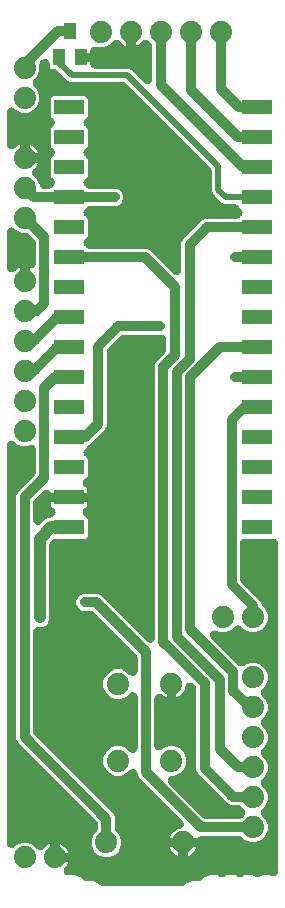
<source format=gbr>
G04 EAGLE Gerber RS-274X export*
G75*
%MOMM*%
%FSLAX34Y34*%
%LPD*%
%INTop Copper*%
%IPPOS*%
%AMOC8*
5,1,8,0,0,1.08239X$1,22.5*%
G01*
%ADD10C,1.879600*%
%ADD11R,1.000000X1.400000*%
%ADD12R,2.511800X1.301800*%
%ADD13C,0.756400*%
%ADD14C,1.016000*%
%ADD15C,0.812800*%
%ADD16C,0.508000*%

G36*
X157873Y40941D02*
X157873Y40941D01*
X157934Y40939D01*
X158157Y40961D01*
X158382Y40977D01*
X158441Y40989D01*
X158501Y40995D01*
X158719Y41049D01*
X158939Y41096D01*
X158995Y41116D01*
X159054Y41131D01*
X159263Y41214D01*
X159474Y41292D01*
X159527Y41320D01*
X159583Y41343D01*
X159778Y41454D01*
X159976Y41560D01*
X160025Y41596D01*
X160077Y41626D01*
X160168Y41701D01*
X160436Y41897D01*
X160597Y42054D01*
X160686Y42127D01*
X161412Y42853D01*
X166984Y45161D01*
X172037Y45161D01*
X172097Y45165D01*
X172158Y45163D01*
X172381Y45185D01*
X172606Y45201D01*
X172665Y45213D01*
X172725Y45219D01*
X172943Y45273D01*
X173163Y45320D01*
X173219Y45340D01*
X173278Y45355D01*
X173487Y45438D01*
X173698Y45516D01*
X173751Y45544D01*
X173807Y45566D01*
X174002Y45678D01*
X174200Y45784D01*
X174249Y45820D01*
X174301Y45850D01*
X174392Y45925D01*
X174660Y46121D01*
X174821Y46278D01*
X174910Y46351D01*
X176412Y47853D01*
X181984Y50161D01*
X188016Y50161D01*
X190945Y48947D01*
X191002Y48928D01*
X191057Y48903D01*
X191272Y48838D01*
X191485Y48767D01*
X191545Y48756D01*
X191603Y48738D01*
X191825Y48704D01*
X192046Y48663D01*
X192106Y48661D01*
X192166Y48652D01*
X192391Y48649D01*
X192615Y48640D01*
X192675Y48646D01*
X192736Y48645D01*
X192958Y48674D01*
X193182Y48696D01*
X193241Y48710D01*
X193301Y48718D01*
X193413Y48752D01*
X193736Y48830D01*
X193945Y48914D01*
X194055Y48947D01*
X196984Y50161D01*
X203016Y50161D01*
X205945Y48947D01*
X206002Y48928D01*
X206057Y48903D01*
X206272Y48838D01*
X206485Y48767D01*
X206545Y48756D01*
X206603Y48738D01*
X206825Y48704D01*
X207046Y48663D01*
X207106Y48661D01*
X207166Y48652D01*
X207391Y48649D01*
X207615Y48640D01*
X207675Y48646D01*
X207736Y48645D01*
X207958Y48674D01*
X208182Y48696D01*
X208241Y48710D01*
X208301Y48718D01*
X208413Y48752D01*
X208736Y48830D01*
X208945Y48914D01*
X209055Y48947D01*
X211984Y50161D01*
X218016Y50161D01*
X220945Y48947D01*
X221002Y48928D01*
X221057Y48903D01*
X221272Y48838D01*
X221485Y48767D01*
X221545Y48756D01*
X221603Y48738D01*
X221825Y48704D01*
X222046Y48663D01*
X222106Y48661D01*
X222166Y48652D01*
X222391Y48649D01*
X222615Y48640D01*
X222675Y48646D01*
X222736Y48645D01*
X222958Y48674D01*
X223182Y48696D01*
X223241Y48710D01*
X223301Y48718D01*
X223413Y48752D01*
X223736Y48830D01*
X223945Y48914D01*
X224055Y48947D01*
X226984Y50161D01*
X233016Y50161D01*
X234221Y49661D01*
X234385Y49607D01*
X234545Y49543D01*
X234655Y49516D01*
X234761Y49481D01*
X234931Y49450D01*
X235099Y49409D01*
X235211Y49398D01*
X235322Y49378D01*
X235494Y49370D01*
X235666Y49354D01*
X235779Y49358D01*
X235891Y49354D01*
X236063Y49371D01*
X236236Y49378D01*
X236346Y49399D01*
X236458Y49410D01*
X236626Y49451D01*
X236796Y49482D01*
X236902Y49518D01*
X237012Y49545D01*
X237172Y49608D01*
X237336Y49663D01*
X237437Y49714D01*
X237541Y49755D01*
X237691Y49841D01*
X237845Y49919D01*
X237938Y49983D01*
X238036Y50038D01*
X238172Y50144D01*
X238314Y50242D01*
X238397Y50319D01*
X238486Y50388D01*
X238606Y50512D01*
X238733Y50629D01*
X238804Y50716D01*
X238883Y50796D01*
X238984Y50936D01*
X239094Y51070D01*
X239152Y51166D01*
X239219Y51257D01*
X239300Y51409D01*
X239389Y51557D01*
X239434Y51660D01*
X239487Y51760D01*
X239546Y51922D01*
X239614Y52081D01*
X239643Y52189D01*
X239682Y52295D01*
X239718Y52464D01*
X239763Y52631D01*
X239771Y52716D01*
X239800Y52852D01*
X239838Y53402D01*
X239839Y53415D01*
X239839Y331179D01*
X239823Y331408D01*
X239813Y331639D01*
X239803Y331693D01*
X239799Y331747D01*
X239751Y331973D01*
X239709Y332199D01*
X239692Y332251D01*
X239680Y332305D01*
X239601Y332521D01*
X239528Y332739D01*
X239503Y332788D01*
X239484Y332840D01*
X239376Y333042D01*
X239273Y333248D01*
X239242Y333294D01*
X239216Y333342D01*
X239080Y333528D01*
X238949Y333717D01*
X238912Y333758D01*
X238879Y333802D01*
X238719Y333967D01*
X238563Y334136D01*
X238520Y334171D01*
X238482Y334210D01*
X238300Y334351D01*
X238122Y334497D01*
X238074Y334525D01*
X238031Y334559D01*
X237831Y334673D01*
X237634Y334792D01*
X237584Y334814D01*
X237536Y334841D01*
X237322Y334926D01*
X237111Y335017D01*
X237058Y335031D01*
X237007Y335051D01*
X236782Y335106D01*
X236561Y335166D01*
X236517Y335170D01*
X236453Y335186D01*
X235886Y335241D01*
X235820Y335238D01*
X235776Y335242D01*
X211676Y335242D01*
X211447Y335226D01*
X211216Y335216D01*
X211162Y335206D01*
X211108Y335202D01*
X210882Y335154D01*
X210656Y335112D01*
X210604Y335095D01*
X210550Y335083D01*
X210334Y335004D01*
X210116Y334931D01*
X210067Y334906D01*
X210015Y334887D01*
X209812Y334779D01*
X209607Y334676D01*
X209561Y334645D01*
X209513Y334619D01*
X209327Y334483D01*
X209138Y334352D01*
X209097Y334315D01*
X209053Y334282D01*
X208888Y334122D01*
X208719Y333966D01*
X208684Y333923D01*
X208645Y333885D01*
X208504Y333703D01*
X208358Y333525D01*
X208330Y333477D01*
X208296Y333434D01*
X208182Y333234D01*
X208063Y333037D01*
X208041Y332987D01*
X208014Y332939D01*
X207929Y332725D01*
X207838Y332514D01*
X207824Y332461D01*
X207804Y332410D01*
X207749Y332185D01*
X207689Y331964D01*
X207685Y331920D01*
X207669Y331856D01*
X207614Y331289D01*
X207617Y331223D01*
X207613Y331179D01*
X207613Y301329D01*
X207617Y301269D01*
X207615Y301209D01*
X207637Y300985D01*
X207653Y300761D01*
X207665Y300702D01*
X207671Y300642D01*
X207725Y300423D01*
X207772Y300204D01*
X207792Y300147D01*
X207807Y300088D01*
X207890Y299880D01*
X207968Y299669D01*
X207996Y299615D01*
X208018Y299559D01*
X208130Y299364D01*
X208236Y299166D01*
X208272Y299117D01*
X208302Y299065D01*
X208377Y298974D01*
X208573Y298706D01*
X208730Y298545D01*
X208803Y298456D01*
X224630Y282629D01*
X225898Y279567D01*
X225907Y279532D01*
X225990Y279323D01*
X226068Y279112D01*
X226096Y279059D01*
X226118Y279003D01*
X226230Y278808D01*
X226336Y278610D01*
X226372Y278561D01*
X226402Y278508D01*
X226477Y278417D01*
X226673Y278150D01*
X226830Y277989D01*
X226903Y277900D01*
X229152Y275651D01*
X231047Y271076D01*
X231047Y266124D01*
X229152Y261549D01*
X225651Y258048D01*
X221076Y256153D01*
X216124Y256153D01*
X211549Y258048D01*
X208773Y260824D01*
X208600Y260975D01*
X208430Y261131D01*
X208384Y261162D01*
X208343Y261198D01*
X208150Y261323D01*
X207960Y261454D01*
X207911Y261478D01*
X207865Y261508D01*
X207656Y261605D01*
X207450Y261707D01*
X207398Y261725D01*
X207348Y261748D01*
X207128Y261815D01*
X206909Y261887D01*
X206855Y261897D01*
X206803Y261913D01*
X206576Y261948D01*
X206349Y261990D01*
X206294Y261992D01*
X206240Y262000D01*
X206010Y262003D01*
X205779Y262013D01*
X205725Y262007D01*
X205670Y262008D01*
X205442Y261979D01*
X205213Y261956D01*
X205159Y261943D01*
X205105Y261936D01*
X204882Y261875D01*
X204659Y261820D01*
X204608Y261800D01*
X204555Y261786D01*
X204344Y261695D01*
X204130Y261609D01*
X204082Y261581D01*
X204032Y261560D01*
X203836Y261440D01*
X203636Y261325D01*
X203602Y261297D01*
X203546Y261263D01*
X203105Y260901D01*
X203061Y260853D01*
X203027Y260825D01*
X200251Y258048D01*
X195676Y256153D01*
X190724Y256153D01*
X187894Y257326D01*
X187839Y257344D01*
X187787Y257368D01*
X187569Y257434D01*
X187353Y257506D01*
X187297Y257517D01*
X187241Y257533D01*
X187017Y257568D01*
X186793Y257610D01*
X186735Y257612D01*
X186678Y257621D01*
X186451Y257624D01*
X186224Y257633D01*
X186166Y257628D01*
X186109Y257628D01*
X185883Y257600D01*
X185657Y257577D01*
X185601Y257564D01*
X185543Y257556D01*
X185324Y257496D01*
X185103Y257443D01*
X185050Y257421D01*
X184994Y257406D01*
X184785Y257316D01*
X184574Y257232D01*
X184524Y257203D01*
X184471Y257180D01*
X184276Y257061D01*
X184079Y256949D01*
X184034Y256913D01*
X183984Y256883D01*
X183809Y256739D01*
X183629Y256599D01*
X183589Y256558D01*
X183544Y256521D01*
X183391Y256354D01*
X183232Y256191D01*
X183198Y256144D01*
X183159Y256101D01*
X183030Y255914D01*
X182896Y255730D01*
X182869Y255679D01*
X182837Y255632D01*
X182735Y255428D01*
X182628Y255227D01*
X182608Y255173D01*
X182583Y255122D01*
X182511Y254905D01*
X182433Y254692D01*
X182421Y254636D01*
X182403Y254581D01*
X182362Y254357D01*
X182315Y254135D01*
X182311Y254077D01*
X182300Y254021D01*
X182291Y253793D01*
X182276Y253566D01*
X182280Y253509D01*
X182277Y253451D01*
X182300Y253225D01*
X182316Y252998D01*
X182328Y252942D01*
X182334Y252884D01*
X182388Y252663D01*
X182436Y252441D01*
X182456Y252387D01*
X182470Y252331D01*
X182554Y252120D01*
X182633Y251906D01*
X182660Y251855D01*
X182681Y251802D01*
X182794Y251605D01*
X182902Y251404D01*
X182936Y251357D01*
X182965Y251308D01*
X183039Y251218D01*
X183239Y250945D01*
X183393Y250787D01*
X183466Y250699D01*
X205134Y229031D01*
X205808Y228356D01*
X205982Y228205D01*
X206151Y228050D01*
X206197Y228019D01*
X206238Y227983D01*
X206431Y227858D01*
X206621Y227727D01*
X206670Y227703D01*
X206716Y227673D01*
X206925Y227576D01*
X207131Y227474D01*
X207183Y227456D01*
X207233Y227433D01*
X207453Y227366D01*
X207672Y227294D01*
X207726Y227284D01*
X207778Y227268D01*
X208006Y227233D01*
X208232Y227191D01*
X208287Y227189D01*
X208341Y227181D01*
X208571Y227177D01*
X208802Y227168D01*
X208856Y227174D01*
X208911Y227173D01*
X209139Y227202D01*
X209369Y227225D01*
X209422Y227238D01*
X209476Y227245D01*
X209698Y227306D01*
X209922Y227360D01*
X209973Y227381D01*
X210026Y227395D01*
X210237Y227487D01*
X210451Y227572D01*
X210499Y227599D01*
X210549Y227621D01*
X210745Y227741D01*
X210945Y227856D01*
X210980Y227884D01*
X211035Y227918D01*
X211475Y228280D01*
X211520Y228328D01*
X211547Y228351D01*
X216124Y230247D01*
X221076Y230247D01*
X225651Y228352D01*
X229152Y224851D01*
X231047Y220276D01*
X231047Y215324D01*
X229152Y210749D01*
X226375Y207973D01*
X226225Y207799D01*
X226069Y207630D01*
X226038Y207584D01*
X226002Y207543D01*
X225877Y207350D01*
X225746Y207160D01*
X225722Y207111D01*
X225692Y207065D01*
X225595Y206856D01*
X225493Y206650D01*
X225475Y206598D01*
X225452Y206548D01*
X225385Y206327D01*
X225313Y206109D01*
X225303Y206055D01*
X225287Y206003D01*
X225252Y205775D01*
X225210Y205549D01*
X225208Y205494D01*
X225200Y205440D01*
X225197Y205210D01*
X225187Y204979D01*
X225193Y204925D01*
X225192Y204870D01*
X225221Y204641D01*
X225244Y204412D01*
X225257Y204359D01*
X225264Y204305D01*
X225325Y204082D01*
X225380Y203859D01*
X225400Y203808D01*
X225414Y203755D01*
X225506Y203543D01*
X225591Y203330D01*
X225618Y203282D01*
X225640Y203232D01*
X225760Y203035D01*
X225875Y202836D01*
X225903Y202801D01*
X225937Y202746D01*
X226299Y202305D01*
X226347Y202261D01*
X226376Y202227D01*
X229152Y199451D01*
X231047Y194876D01*
X231047Y189924D01*
X229152Y185349D01*
X226375Y182573D01*
X226225Y182399D01*
X226069Y182230D01*
X226038Y182184D01*
X226002Y182143D01*
X225877Y181950D01*
X225746Y181760D01*
X225722Y181711D01*
X225692Y181665D01*
X225595Y181456D01*
X225493Y181250D01*
X225475Y181198D01*
X225452Y181148D01*
X225385Y180927D01*
X225313Y180709D01*
X225303Y180655D01*
X225287Y180603D01*
X225252Y180375D01*
X225210Y180149D01*
X225208Y180094D01*
X225200Y180040D01*
X225197Y179810D01*
X225187Y179579D01*
X225193Y179525D01*
X225192Y179470D01*
X225221Y179241D01*
X225244Y179012D01*
X225257Y178959D01*
X225264Y178905D01*
X225325Y178682D01*
X225380Y178459D01*
X225400Y178408D01*
X225414Y178355D01*
X225506Y178143D01*
X225591Y177930D01*
X225618Y177882D01*
X225640Y177832D01*
X225760Y177635D01*
X225875Y177436D01*
X225903Y177401D01*
X225937Y177346D01*
X226299Y176905D01*
X226347Y176861D01*
X226376Y176827D01*
X229152Y174051D01*
X231047Y169476D01*
X231047Y164524D01*
X229152Y159949D01*
X226375Y157173D01*
X226225Y156999D01*
X226069Y156830D01*
X226038Y156784D01*
X226002Y156743D01*
X225877Y156550D01*
X225746Y156360D01*
X225722Y156311D01*
X225692Y156265D01*
X225595Y156056D01*
X225493Y155850D01*
X225475Y155798D01*
X225452Y155748D01*
X225385Y155527D01*
X225313Y155309D01*
X225303Y155255D01*
X225287Y155203D01*
X225252Y154975D01*
X225210Y154749D01*
X225208Y154694D01*
X225200Y154640D01*
X225197Y154410D01*
X225187Y154179D01*
X225193Y154125D01*
X225192Y154070D01*
X225221Y153841D01*
X225244Y153612D01*
X225257Y153559D01*
X225264Y153505D01*
X225325Y153282D01*
X225380Y153059D01*
X225400Y153008D01*
X225414Y152955D01*
X225506Y152743D01*
X225591Y152530D01*
X225618Y152482D01*
X225640Y152432D01*
X225760Y152235D01*
X225875Y152036D01*
X225903Y152001D01*
X225937Y151946D01*
X226299Y151505D01*
X226347Y151461D01*
X226376Y151427D01*
X229152Y148651D01*
X231047Y144076D01*
X231047Y139124D01*
X229152Y134549D01*
X226375Y131773D01*
X226225Y131599D01*
X226069Y131430D01*
X226038Y131384D01*
X226002Y131343D01*
X225877Y131150D01*
X225746Y130960D01*
X225722Y130911D01*
X225692Y130865D01*
X225595Y130656D01*
X225493Y130450D01*
X225475Y130398D01*
X225452Y130348D01*
X225385Y130127D01*
X225313Y129909D01*
X225303Y129855D01*
X225287Y129803D01*
X225252Y129575D01*
X225210Y129349D01*
X225208Y129294D01*
X225200Y129240D01*
X225197Y129010D01*
X225187Y128779D01*
X225193Y128725D01*
X225192Y128670D01*
X225221Y128441D01*
X225244Y128212D01*
X225257Y128159D01*
X225264Y128105D01*
X225325Y127882D01*
X225380Y127659D01*
X225400Y127608D01*
X225414Y127555D01*
X225506Y127343D01*
X225591Y127130D01*
X225618Y127082D01*
X225640Y127032D01*
X225760Y126835D01*
X225875Y126636D01*
X225903Y126601D01*
X225937Y126546D01*
X226299Y126105D01*
X226347Y126061D01*
X226376Y126027D01*
X229152Y123251D01*
X231047Y118676D01*
X231047Y113724D01*
X229152Y109149D01*
X226375Y106373D01*
X226225Y106199D01*
X226069Y106030D01*
X226038Y105984D01*
X226002Y105943D01*
X225877Y105750D01*
X225746Y105560D01*
X225722Y105511D01*
X225692Y105465D01*
X225595Y105256D01*
X225493Y105050D01*
X225475Y104998D01*
X225452Y104948D01*
X225385Y104727D01*
X225313Y104509D01*
X225303Y104455D01*
X225287Y104403D01*
X225252Y104175D01*
X225210Y103949D01*
X225208Y103894D01*
X225200Y103840D01*
X225197Y103610D01*
X225187Y103379D01*
X225193Y103325D01*
X225192Y103270D01*
X225221Y103041D01*
X225244Y102812D01*
X225257Y102759D01*
X225264Y102705D01*
X225325Y102482D01*
X225380Y102259D01*
X225400Y102208D01*
X225414Y102155D01*
X225506Y101943D01*
X225591Y101730D01*
X225618Y101682D01*
X225640Y101632D01*
X225760Y101435D01*
X225875Y101236D01*
X225903Y101201D01*
X225937Y101146D01*
X226299Y100705D01*
X226347Y100661D01*
X226376Y100627D01*
X229152Y97851D01*
X231047Y93276D01*
X231047Y88324D01*
X229152Y83749D01*
X225651Y80248D01*
X221076Y78353D01*
X216124Y78353D01*
X211549Y80248D01*
X209300Y82497D01*
X209255Y82537D01*
X209214Y82581D01*
X209040Y82723D01*
X208870Y82871D01*
X208820Y82904D01*
X208773Y82942D01*
X208581Y83059D01*
X208392Y83181D01*
X208337Y83206D01*
X208286Y83237D01*
X208079Y83326D01*
X207875Y83421D01*
X207817Y83438D01*
X207762Y83462D01*
X207545Y83520D01*
X207330Y83586D01*
X207270Y83595D01*
X207212Y83611D01*
X207095Y83622D01*
X206767Y83673D01*
X206542Y83676D01*
X206427Y83687D01*
X175460Y83687D01*
X175196Y83669D01*
X174933Y83653D01*
X174912Y83649D01*
X174892Y83647D01*
X174633Y83592D01*
X174374Y83539D01*
X174355Y83533D01*
X174334Y83528D01*
X174086Y83437D01*
X173837Y83349D01*
X173819Y83340D01*
X173799Y83332D01*
X173567Y83208D01*
X173332Y83085D01*
X173315Y83073D01*
X173297Y83064D01*
X173085Y82909D01*
X172869Y82754D01*
X172854Y82739D01*
X172837Y82727D01*
X172648Y82543D01*
X172456Y82361D01*
X172444Y82344D01*
X172429Y82330D01*
X172300Y82163D01*
X159500Y82163D01*
X148267Y82163D01*
X148436Y82683D01*
X149289Y84357D01*
X150394Y85878D01*
X151722Y87206D01*
X153243Y88311D01*
X154917Y89164D01*
X156727Y89752D01*
X156746Y89755D01*
X156943Y89808D01*
X157141Y89854D01*
X157217Y89883D01*
X157295Y89905D01*
X157482Y89986D01*
X157672Y90059D01*
X157744Y90099D01*
X157818Y90131D01*
X157992Y90237D01*
X158170Y90336D01*
X158235Y90385D01*
X158305Y90428D01*
X158462Y90557D01*
X158625Y90680D01*
X158682Y90738D01*
X158745Y90790D01*
X158882Y90940D01*
X159026Y91084D01*
X159075Y91150D01*
X159130Y91209D01*
X159245Y91377D01*
X159367Y91541D01*
X159406Y91612D01*
X159453Y91679D01*
X159543Y91862D01*
X159641Y92040D01*
X159670Y92116D01*
X159706Y92189D01*
X159771Y92383D01*
X159843Y92573D01*
X159860Y92653D01*
X159886Y92730D01*
X159923Y92930D01*
X159967Y93129D01*
X159974Y93210D01*
X159989Y93290D01*
X159997Y93494D01*
X160013Y93697D01*
X160008Y93778D01*
X160012Y93860D01*
X159991Y94062D01*
X159979Y94266D01*
X159963Y94346D01*
X159955Y94427D01*
X159906Y94625D01*
X159866Y94824D01*
X159839Y94901D01*
X159819Y94980D01*
X159744Y95170D01*
X159676Y95361D01*
X159638Y95434D01*
X159608Y95509D01*
X159506Y95686D01*
X159412Y95867D01*
X159365Y95933D01*
X159324Y96003D01*
X159247Y96097D01*
X159080Y96330D01*
X158900Y96519D01*
X158823Y96612D01*
X121986Y133450D01*
X120903Y136064D01*
X120903Y136285D01*
X120895Y136400D01*
X120897Y136516D01*
X120875Y136684D01*
X120863Y136854D01*
X120839Y136966D01*
X120825Y137081D01*
X120780Y137245D01*
X120744Y137411D01*
X120705Y137519D01*
X120674Y137630D01*
X120607Y137786D01*
X120548Y137946D01*
X120494Y138048D01*
X120448Y138153D01*
X120360Y138299D01*
X120280Y138448D01*
X120212Y138541D01*
X120152Y138640D01*
X120044Y138771D01*
X119943Y138908D01*
X119863Y138991D01*
X119790Y139080D01*
X119664Y139195D01*
X119546Y139317D01*
X119455Y139387D01*
X119370Y139465D01*
X119229Y139561D01*
X119095Y139665D01*
X118995Y139722D01*
X118900Y139788D01*
X118748Y139863D01*
X118600Y139948D01*
X118493Y139990D01*
X118390Y140041D01*
X118229Y140095D01*
X118071Y140158D01*
X117958Y140185D01*
X117849Y140221D01*
X117682Y140252D01*
X117517Y140292D01*
X117402Y140303D01*
X117289Y140324D01*
X117119Y140331D01*
X116950Y140347D01*
X116835Y140342D01*
X116719Y140347D01*
X116550Y140330D01*
X116380Y140323D01*
X116267Y140302D01*
X116152Y140290D01*
X115987Y140250D01*
X115820Y140219D01*
X115711Y140182D01*
X115599Y140155D01*
X115441Y140091D01*
X115280Y140037D01*
X115177Y139986D01*
X115070Y139943D01*
X114923Y139858D01*
X114771Y139782D01*
X114676Y139717D01*
X114576Y139659D01*
X114487Y139586D01*
X114302Y139458D01*
X114058Y139233D01*
X113967Y139159D01*
X111445Y136636D01*
X106870Y134741D01*
X101918Y134741D01*
X97343Y136636D01*
X93842Y140137D01*
X91947Y144712D01*
X91947Y149664D01*
X93842Y154239D01*
X97343Y157740D01*
X101918Y159635D01*
X106870Y159635D01*
X111445Y157740D01*
X113967Y155217D01*
X114054Y155142D01*
X114134Y155059D01*
X114269Y154955D01*
X114397Y154844D01*
X114494Y154781D01*
X114585Y154711D01*
X114732Y154627D01*
X114875Y154534D01*
X114980Y154485D01*
X115080Y154428D01*
X115238Y154366D01*
X115392Y154294D01*
X115502Y154261D01*
X115609Y154218D01*
X115775Y154178D01*
X115937Y154129D01*
X116051Y154111D01*
X116163Y154084D01*
X116333Y154068D01*
X116500Y154042D01*
X116615Y154040D01*
X116730Y154029D01*
X116900Y154036D01*
X117070Y154034D01*
X117184Y154048D01*
X117300Y154053D01*
X117467Y154084D01*
X117635Y154106D01*
X117747Y154136D01*
X117860Y154157D01*
X118021Y154211D01*
X118185Y154256D01*
X118291Y154302D01*
X118400Y154339D01*
X118552Y154415D01*
X118708Y154482D01*
X118806Y154542D01*
X118909Y154594D01*
X119049Y154691D01*
X119194Y154779D01*
X119283Y154852D01*
X119378Y154918D01*
X119503Y155033D01*
X119635Y155141D01*
X119712Y155226D01*
X119797Y155304D01*
X119905Y155436D01*
X120020Y155561D01*
X120085Y155656D01*
X120158Y155745D01*
X120246Y155890D01*
X120342Y156030D01*
X120394Y156134D01*
X120453Y156232D01*
X120520Y156388D01*
X120596Y156541D01*
X120632Y156650D01*
X120678Y156756D01*
X120722Y156920D01*
X120776Y157081D01*
X120797Y157195D01*
X120827Y157306D01*
X120838Y157421D01*
X120878Y157642D01*
X120892Y157973D01*
X120903Y158091D01*
X120903Y201309D01*
X120895Y201424D01*
X120897Y201540D01*
X120875Y201708D01*
X120863Y201878D01*
X120839Y201990D01*
X120825Y202105D01*
X120780Y202269D01*
X120744Y202435D01*
X120705Y202543D01*
X120674Y202654D01*
X120607Y202810D01*
X120548Y202970D01*
X120494Y203072D01*
X120448Y203177D01*
X120360Y203323D01*
X120280Y203472D01*
X120212Y203565D01*
X120152Y203664D01*
X120044Y203795D01*
X119943Y203932D01*
X119863Y204015D01*
X119790Y204104D01*
X119664Y204219D01*
X119546Y204341D01*
X119455Y204411D01*
X119370Y204489D01*
X119229Y204585D01*
X119095Y204689D01*
X118995Y204746D01*
X118900Y204812D01*
X118748Y204887D01*
X118600Y204972D01*
X118493Y205014D01*
X118390Y205065D01*
X118229Y205119D01*
X118071Y205182D01*
X117958Y205209D01*
X117849Y205245D01*
X117682Y205276D01*
X117517Y205316D01*
X117402Y205327D01*
X117289Y205348D01*
X117119Y205355D01*
X116950Y205371D01*
X116835Y205366D01*
X116719Y205371D01*
X116550Y205354D01*
X116380Y205347D01*
X116267Y205326D01*
X116152Y205314D01*
X115987Y205274D01*
X115820Y205243D01*
X115711Y205206D01*
X115599Y205179D01*
X115441Y205115D01*
X115280Y205061D01*
X115177Y205010D01*
X115070Y204967D01*
X114923Y204882D01*
X114771Y204806D01*
X114676Y204741D01*
X114576Y204683D01*
X114487Y204610D01*
X114302Y204482D01*
X114058Y204257D01*
X113967Y204183D01*
X111445Y201660D01*
X106870Y199765D01*
X101918Y199765D01*
X97343Y201660D01*
X93842Y205161D01*
X91947Y209736D01*
X91947Y214688D01*
X93842Y219263D01*
X97343Y222764D01*
X101918Y224659D01*
X106870Y224659D01*
X111445Y222764D01*
X113967Y220241D01*
X114054Y220166D01*
X114134Y220083D01*
X114269Y219979D01*
X114397Y219868D01*
X114494Y219805D01*
X114585Y219735D01*
X114732Y219651D01*
X114875Y219558D01*
X114980Y219509D01*
X115080Y219452D01*
X115238Y219390D01*
X115392Y219318D01*
X115502Y219285D01*
X115609Y219242D01*
X115775Y219202D01*
X115937Y219153D01*
X116051Y219135D01*
X116163Y219108D01*
X116333Y219092D01*
X116500Y219066D01*
X116615Y219064D01*
X116730Y219053D01*
X116900Y219060D01*
X117070Y219058D01*
X117184Y219072D01*
X117300Y219077D01*
X117467Y219108D01*
X117635Y219130D01*
X117747Y219160D01*
X117860Y219181D01*
X118021Y219235D01*
X118185Y219280D01*
X118291Y219326D01*
X118400Y219363D01*
X118552Y219439D01*
X118708Y219506D01*
X118806Y219566D01*
X118909Y219618D01*
X119049Y219715D01*
X119194Y219803D01*
X119283Y219876D01*
X119378Y219942D01*
X119503Y220057D01*
X119635Y220165D01*
X119712Y220250D01*
X119797Y220328D01*
X119905Y220460D01*
X120020Y220585D01*
X120085Y220680D01*
X120158Y220769D01*
X120246Y220914D01*
X120342Y221054D01*
X120394Y221158D01*
X120453Y221256D01*
X120520Y221412D01*
X120596Y221565D01*
X120632Y221674D01*
X120678Y221780D01*
X120722Y221944D01*
X120776Y222105D01*
X120797Y222219D01*
X120827Y222330D01*
X120838Y222445D01*
X120878Y222666D01*
X120892Y222997D01*
X120903Y223115D01*
X120903Y234449D01*
X120899Y234510D01*
X120901Y234570D01*
X120879Y234793D01*
X120863Y235018D01*
X120851Y235077D01*
X120845Y235137D01*
X120791Y235355D01*
X120744Y235575D01*
X120724Y235632D01*
X120709Y235690D01*
X120626Y235899D01*
X120548Y236110D01*
X120520Y236163D01*
X120498Y236219D01*
X120386Y236414D01*
X120280Y236613D01*
X120244Y236661D01*
X120214Y236714D01*
X120139Y236805D01*
X119943Y237072D01*
X119786Y237234D01*
X119713Y237323D01*
X84039Y272997D01*
X83993Y273037D01*
X83952Y273081D01*
X83778Y273223D01*
X83608Y273371D01*
X83558Y273404D01*
X83511Y273442D01*
X83319Y273559D01*
X83130Y273681D01*
X83075Y273706D01*
X83024Y273737D01*
X82817Y273826D01*
X82613Y273921D01*
X82556Y273938D01*
X82500Y273962D01*
X82283Y274020D01*
X82068Y274086D01*
X82008Y274095D01*
X81950Y274111D01*
X81833Y274122D01*
X81505Y274173D01*
X81280Y274176D01*
X81165Y274187D01*
X74785Y274187D01*
X72171Y275270D01*
X70170Y277271D01*
X69087Y279885D01*
X69087Y282715D01*
X70170Y285329D01*
X72171Y287330D01*
X74785Y288413D01*
X87209Y288413D01*
X89824Y287330D01*
X128699Y248455D01*
X128786Y248379D01*
X128866Y248297D01*
X129001Y248193D01*
X129129Y248081D01*
X129226Y248018D01*
X129317Y247948D01*
X129465Y247864D01*
X129607Y247771D01*
X129712Y247723D01*
X129812Y247666D01*
X129970Y247603D01*
X130124Y247531D01*
X130234Y247498D01*
X130341Y247455D01*
X130507Y247415D01*
X130669Y247366D01*
X130783Y247349D01*
X130895Y247321D01*
X131065Y247305D01*
X131232Y247279D01*
X131347Y247277D01*
X131462Y247266D01*
X131632Y247273D01*
X131802Y247271D01*
X131916Y247286D01*
X132032Y247291D01*
X132199Y247322D01*
X132367Y247343D01*
X132479Y247374D01*
X132592Y247395D01*
X132753Y247449D01*
X132917Y247494D01*
X133023Y247539D01*
X133132Y247576D01*
X133284Y247652D01*
X133440Y247720D01*
X133538Y247780D01*
X133641Y247831D01*
X133781Y247928D01*
X133926Y248016D01*
X134015Y248089D01*
X134110Y248155D01*
X134235Y248270D01*
X134367Y248378D01*
X134444Y248463D01*
X134529Y248541D01*
X134637Y248673D01*
X134752Y248798D01*
X134817Y248893D01*
X134890Y248982D01*
X134978Y249128D01*
X135074Y249268D01*
X135126Y249371D01*
X135185Y249469D01*
X135252Y249626D01*
X135328Y249778D01*
X135364Y249887D01*
X135410Y249993D01*
X135454Y250157D01*
X135508Y250319D01*
X135529Y250432D01*
X135559Y250543D01*
X135570Y250658D01*
X135610Y250879D01*
X135624Y251211D01*
X135635Y251328D01*
X135635Y482473D01*
X136718Y485088D01*
X144097Y492467D01*
X144137Y492512D01*
X144181Y492553D01*
X144323Y492727D01*
X144471Y492897D01*
X144504Y492948D01*
X144542Y492994D01*
X144659Y493187D01*
X144781Y493375D01*
X144806Y493430D01*
X144837Y493481D01*
X144926Y493688D01*
X145021Y493892D01*
X145038Y493950D01*
X145062Y494005D01*
X145120Y494222D01*
X145186Y494437D01*
X145195Y494497D01*
X145211Y494555D01*
X145222Y494672D01*
X145273Y495000D01*
X145276Y495225D01*
X145287Y495340D01*
X145287Y503824D01*
X145271Y504053D01*
X145261Y504284D01*
X145251Y504338D01*
X145247Y504392D01*
X145199Y504618D01*
X145157Y504844D01*
X145140Y504896D01*
X145128Y504950D01*
X145049Y505166D01*
X144976Y505384D01*
X144951Y505433D01*
X144932Y505485D01*
X144824Y505688D01*
X144721Y505893D01*
X144690Y505939D01*
X144664Y505987D01*
X144528Y506173D01*
X144397Y506362D01*
X144360Y506403D01*
X144327Y506447D01*
X144167Y506612D01*
X144011Y506781D01*
X143968Y506816D01*
X143930Y506855D01*
X143748Y506996D01*
X143570Y507142D01*
X143522Y507170D01*
X143479Y507204D01*
X143279Y507318D01*
X143082Y507437D01*
X143032Y507459D01*
X142984Y507486D01*
X142770Y507571D01*
X142559Y507662D01*
X142506Y507676D01*
X142455Y507696D01*
X142230Y507751D01*
X142009Y507811D01*
X141965Y507815D01*
X141901Y507831D01*
X141334Y507886D01*
X141268Y507883D01*
X141224Y507887D01*
X109200Y507887D01*
X109140Y507883D01*
X109080Y507885D01*
X108856Y507863D01*
X108632Y507847D01*
X108573Y507835D01*
X108513Y507829D01*
X108294Y507775D01*
X108075Y507728D01*
X108018Y507708D01*
X107959Y507693D01*
X107751Y507610D01*
X107540Y507532D01*
X107486Y507504D01*
X107430Y507482D01*
X107235Y507370D01*
X107037Y507264D01*
X106988Y507228D01*
X106936Y507198D01*
X106845Y507123D01*
X106577Y506927D01*
X106416Y506770D01*
X106327Y506697D01*
X95874Y496244D01*
X95834Y496198D01*
X95790Y496157D01*
X95648Y495983D01*
X95500Y495814D01*
X95467Y495763D01*
X95429Y495716D01*
X95312Y495524D01*
X95190Y495336D01*
X95165Y495281D01*
X95134Y495229D01*
X95045Y495023D01*
X94950Y494819D01*
X94933Y494761D01*
X94909Y494705D01*
X94851Y494489D01*
X94785Y494273D01*
X94776Y494214D01*
X94760Y494155D01*
X94749Y494038D01*
X94698Y493710D01*
X94695Y493485D01*
X94684Y493371D01*
X94684Y430956D01*
X93601Y428342D01*
X80226Y414967D01*
X80195Y414951D01*
X80138Y414931D01*
X79940Y414824D01*
X79739Y414724D01*
X79689Y414690D01*
X79636Y414661D01*
X79455Y414528D01*
X79270Y414401D01*
X79225Y414360D01*
X79177Y414324D01*
X79016Y414167D01*
X78851Y414015D01*
X78812Y413968D01*
X78769Y413926D01*
X78632Y413748D01*
X78489Y413575D01*
X78458Y413523D01*
X78421Y413475D01*
X78366Y413371D01*
X78193Y413088D01*
X78104Y412881D01*
X78050Y412779D01*
X78044Y412764D01*
X77126Y411846D01*
X77033Y411800D01*
X76938Y411734D01*
X76837Y411677D01*
X76703Y411573D01*
X76563Y411476D01*
X76478Y411398D01*
X76387Y411328D01*
X76269Y411206D01*
X76144Y411091D01*
X76071Y411001D01*
X75990Y410919D01*
X75890Y410782D01*
X75783Y410650D01*
X75723Y410552D01*
X75655Y410459D01*
X75575Y410309D01*
X75486Y410164D01*
X75441Y410057D01*
X75387Y409956D01*
X75328Y409796D01*
X75261Y409640D01*
X75231Y409529D01*
X75191Y409420D01*
X75156Y409254D01*
X75111Y409090D01*
X75097Y408976D01*
X75073Y408863D01*
X75061Y408693D01*
X75040Y408525D01*
X75042Y408410D01*
X75034Y408295D01*
X75046Y408125D01*
X75049Y407955D01*
X75066Y407841D01*
X75075Y407726D01*
X75110Y407560D01*
X75137Y407392D01*
X75170Y407282D01*
X75194Y407169D01*
X75253Y407010D01*
X75302Y406847D01*
X75351Y406743D01*
X75391Y406634D01*
X75471Y406485D01*
X75543Y406331D01*
X75606Y406234D01*
X75660Y406132D01*
X75761Y405995D01*
X75853Y405853D01*
X75929Y405766D01*
X75997Y405673D01*
X76116Y405551D01*
X76228Y405423D01*
X76315Y405348D01*
X76395Y405265D01*
X76530Y405161D01*
X76658Y405050D01*
X76755Y404988D01*
X76846Y404917D01*
X76948Y404863D01*
X77137Y404741D01*
X77140Y404739D01*
X78044Y403836D01*
X78508Y402715D01*
X78508Y388485D01*
X78044Y387364D01*
X77186Y386506D01*
X76878Y386379D01*
X76775Y386328D01*
X76668Y386285D01*
X76521Y386201D01*
X76369Y386125D01*
X76274Y386059D01*
X76174Y386002D01*
X76039Y385898D01*
X75899Y385801D01*
X75815Y385723D01*
X75723Y385653D01*
X75605Y385531D01*
X75480Y385416D01*
X75407Y385327D01*
X75327Y385244D01*
X75226Y385106D01*
X75119Y384975D01*
X75059Y384877D01*
X74991Y384783D01*
X74911Y384633D01*
X74823Y384488D01*
X74777Y384382D01*
X74723Y384281D01*
X74664Y384121D01*
X74597Y383965D01*
X74567Y383854D01*
X74528Y383745D01*
X74492Y383579D01*
X74448Y383415D01*
X74433Y383301D01*
X74409Y383188D01*
X74398Y383018D01*
X74376Y382850D01*
X74378Y382734D01*
X74370Y382619D01*
X74382Y382450D01*
X74385Y382280D01*
X74403Y382166D01*
X74411Y382051D01*
X74447Y381885D01*
X74473Y381717D01*
X74506Y381607D01*
X74531Y381494D01*
X74589Y381335D01*
X74639Y381172D01*
X74688Y381067D01*
X74727Y380959D01*
X74808Y380810D01*
X74879Y380656D01*
X74942Y380559D01*
X74997Y380457D01*
X75097Y380320D01*
X75190Y380178D01*
X75265Y380091D01*
X75334Y379998D01*
X75453Y379876D01*
X75564Y379748D01*
X75651Y379673D01*
X75732Y379590D01*
X75867Y379486D01*
X75995Y379375D01*
X76092Y379313D01*
X76183Y379242D01*
X76285Y379188D01*
X76473Y379066D01*
X76576Y379018D01*
X77079Y378682D01*
X77432Y378329D01*
X77711Y377912D01*
X77902Y377450D01*
X78000Y376959D01*
X78000Y374263D01*
X62900Y374263D01*
X47493Y374263D01*
X47445Y374392D01*
X47391Y374494D01*
X47345Y374600D01*
X47257Y374745D01*
X47177Y374895D01*
X47109Y374988D01*
X47049Y375086D01*
X46941Y375218D01*
X46840Y375355D01*
X46760Y375437D01*
X46687Y375526D01*
X46562Y375641D01*
X46443Y375763D01*
X46352Y375834D01*
X46267Y375911D01*
X46127Y376008D01*
X45992Y376112D01*
X45892Y376169D01*
X45797Y376234D01*
X45645Y376310D01*
X45497Y376394D01*
X45390Y376437D01*
X45287Y376488D01*
X45126Y376541D01*
X44968Y376604D01*
X44855Y376631D01*
X44746Y376668D01*
X44579Y376698D01*
X44414Y376738D01*
X44299Y376749D01*
X44186Y376770D01*
X44016Y376777D01*
X43847Y376794D01*
X43732Y376789D01*
X43616Y376793D01*
X43447Y376776D01*
X43277Y376769D01*
X43164Y376748D01*
X43050Y376736D01*
X42884Y376696D01*
X42717Y376665D01*
X42608Y376628D01*
X42496Y376601D01*
X42338Y376538D01*
X42177Y376484D01*
X42074Y376432D01*
X41967Y376389D01*
X41820Y376305D01*
X41668Y376229D01*
X41573Y376163D01*
X41473Y376106D01*
X41384Y376033D01*
X41199Y375905D01*
X40955Y375680D01*
X40864Y375605D01*
X33703Y368444D01*
X33663Y368398D01*
X33619Y368357D01*
X33477Y368183D01*
X33329Y368014D01*
X33296Y367963D01*
X33258Y367916D01*
X33141Y367724D01*
X33019Y367536D01*
X32994Y367481D01*
X32963Y367429D01*
X32874Y367223D01*
X32779Y367019D01*
X32762Y366961D01*
X32738Y366905D01*
X32679Y366688D01*
X32614Y366473D01*
X32605Y366414D01*
X32589Y366355D01*
X32578Y366238D01*
X32527Y365910D01*
X32524Y365685D01*
X32513Y365571D01*
X32513Y351118D01*
X32521Y351003D01*
X32519Y350888D01*
X32541Y350719D01*
X32553Y350550D01*
X32577Y350437D01*
X32591Y350323D01*
X32636Y350158D01*
X32672Y349992D01*
X32711Y349884D01*
X32742Y349773D01*
X32809Y349617D01*
X32868Y349457D01*
X32922Y349356D01*
X32968Y349250D01*
X33056Y349105D01*
X33136Y348955D01*
X33204Y348862D01*
X33264Y348764D01*
X33372Y348632D01*
X33473Y348495D01*
X33553Y348413D01*
X33626Y348323D01*
X33752Y348209D01*
X33870Y348087D01*
X33961Y348016D01*
X34046Y347938D01*
X34186Y347842D01*
X34321Y347738D01*
X34421Y347681D01*
X34516Y347616D01*
X34668Y347540D01*
X34816Y347456D01*
X34923Y347413D01*
X35026Y347362D01*
X35187Y347308D01*
X35345Y347246D01*
X35458Y347218D01*
X35567Y347182D01*
X35734Y347152D01*
X35899Y347112D01*
X36014Y347100D01*
X36127Y347080D01*
X36297Y347073D01*
X36466Y347056D01*
X36581Y347061D01*
X36697Y347057D01*
X36866Y347073D01*
X37036Y347081D01*
X37149Y347102D01*
X37264Y347113D01*
X37429Y347154D01*
X37596Y347185D01*
X37705Y347221D01*
X37817Y347249D01*
X37975Y347312D01*
X38136Y347366D01*
X38239Y347418D01*
X38346Y347461D01*
X38493Y347545D01*
X38645Y347621D01*
X38740Y347687D01*
X38840Y347744D01*
X38929Y347817D01*
X39114Y347945D01*
X39358Y348170D01*
X39449Y348245D01*
X42895Y351691D01*
X45883Y352929D01*
X45966Y352929D01*
X46026Y352933D01*
X46087Y352931D01*
X46310Y352953D01*
X46534Y352969D01*
X46594Y352981D01*
X46654Y352987D01*
X46872Y353041D01*
X47092Y353088D01*
X47148Y353108D01*
X47207Y353123D01*
X47416Y353206D01*
X47627Y353284D01*
X47680Y353312D01*
X47736Y353334D01*
X47931Y353446D01*
X48129Y353552D01*
X48178Y353588D01*
X48230Y353618D01*
X48321Y353693D01*
X48572Y353876D01*
X48922Y354021D01*
X49025Y354072D01*
X49132Y354115D01*
X49279Y354199D01*
X49431Y354275D01*
X49526Y354341D01*
X49626Y354398D01*
X49761Y354502D01*
X49901Y354599D01*
X49985Y354677D01*
X50077Y354747D01*
X50195Y354869D01*
X50320Y354984D01*
X50393Y355073D01*
X50473Y355156D01*
X50574Y355294D01*
X50681Y355425D01*
X50741Y355523D01*
X50809Y355617D01*
X50889Y355767D01*
X50977Y355912D01*
X51023Y356018D01*
X51077Y356119D01*
X51136Y356279D01*
X51203Y356435D01*
X51233Y356546D01*
X51272Y356655D01*
X51308Y356821D01*
X51352Y356985D01*
X51367Y357099D01*
X51391Y357212D01*
X51402Y357382D01*
X51424Y357550D01*
X51422Y357666D01*
X51430Y357781D01*
X51418Y357950D01*
X51415Y358120D01*
X51397Y358234D01*
X51389Y358349D01*
X51353Y358515D01*
X51327Y358683D01*
X51294Y358793D01*
X51269Y358906D01*
X51211Y359065D01*
X51161Y359228D01*
X51112Y359333D01*
X51073Y359441D01*
X50992Y359590D01*
X50921Y359744D01*
X50858Y359841D01*
X50803Y359943D01*
X50703Y360080D01*
X50610Y360222D01*
X50535Y360309D01*
X50466Y360402D01*
X50347Y360524D01*
X50236Y360652D01*
X50149Y360727D01*
X50068Y360810D01*
X49933Y360914D01*
X49805Y361025D01*
X49708Y361087D01*
X49617Y361158D01*
X49515Y361212D01*
X49327Y361334D01*
X49224Y361382D01*
X48721Y361718D01*
X48368Y362071D01*
X48089Y362488D01*
X47898Y362950D01*
X47800Y363441D01*
X47800Y366137D01*
X62900Y366137D01*
X78000Y366137D01*
X78000Y363441D01*
X77902Y362950D01*
X77711Y362488D01*
X77432Y362071D01*
X77079Y361718D01*
X76580Y361384D01*
X76521Y361350D01*
X76369Y361275D01*
X76274Y361209D01*
X76174Y361152D01*
X76039Y361048D01*
X75900Y360951D01*
X75815Y360873D01*
X75724Y360803D01*
X75605Y360681D01*
X75480Y360566D01*
X75407Y360476D01*
X75327Y360394D01*
X75227Y360257D01*
X75119Y360125D01*
X75059Y360026D01*
X74991Y359933D01*
X74911Y359784D01*
X74823Y359638D01*
X74777Y359532D01*
X74723Y359431D01*
X74665Y359271D01*
X74597Y359115D01*
X74567Y359004D01*
X74528Y358895D01*
X74492Y358729D01*
X74448Y358565D01*
X74433Y358451D01*
X74409Y358338D01*
X74398Y358169D01*
X74376Y358000D01*
X74378Y357884D01*
X74370Y357769D01*
X74382Y357600D01*
X74385Y357430D01*
X74403Y357316D01*
X74411Y357201D01*
X74447Y357035D01*
X74473Y356867D01*
X74506Y356757D01*
X74531Y356644D01*
X74589Y356484D01*
X74639Y356322D01*
X74687Y356218D01*
X74727Y356109D01*
X74808Y355960D01*
X74879Y355806D01*
X74942Y355709D01*
X74997Y355607D01*
X75097Y355470D01*
X75190Y355328D01*
X75265Y355241D01*
X75334Y355148D01*
X75453Y355026D01*
X75564Y354898D01*
X75651Y354823D01*
X75732Y354740D01*
X75866Y354636D01*
X75995Y354525D01*
X76092Y354462D01*
X76183Y354392D01*
X76284Y354338D01*
X76473Y354216D01*
X76775Y354076D01*
X76878Y354021D01*
X77186Y353894D01*
X78044Y353036D01*
X78508Y351915D01*
X78508Y337685D01*
X78044Y336564D01*
X77186Y335706D01*
X76065Y335242D01*
X51121Y335242D01*
X51061Y335238D01*
X51000Y335240D01*
X50777Y335218D01*
X50553Y335202D01*
X50494Y335190D01*
X50433Y335184D01*
X50215Y335130D01*
X49995Y335083D01*
X49939Y335062D01*
X49880Y335048D01*
X49672Y334965D01*
X49460Y334887D01*
X49407Y334859D01*
X49351Y334836D01*
X49156Y334725D01*
X48958Y334619D01*
X48909Y334583D01*
X48857Y334553D01*
X48766Y334478D01*
X48498Y334282D01*
X48337Y334125D01*
X48248Y334052D01*
X47419Y333223D01*
X47379Y333177D01*
X47335Y333137D01*
X47192Y332962D01*
X47045Y332793D01*
X47012Y332742D01*
X46974Y332696D01*
X46857Y332503D01*
X46735Y332315D01*
X46710Y332260D01*
X46679Y332208D01*
X46590Y332002D01*
X46495Y331798D01*
X46478Y331740D01*
X46454Y331685D01*
X46396Y331468D01*
X46330Y331252D01*
X46321Y331193D01*
X46305Y331135D01*
X46294Y331018D01*
X46243Y330689D01*
X46240Y330465D01*
X46229Y330350D01*
X46229Y266983D01*
X44991Y263995D01*
X42705Y261709D01*
X39717Y260471D01*
X36576Y260471D01*
X36347Y260455D01*
X36116Y260445D01*
X36062Y260435D01*
X36008Y260431D01*
X35782Y260383D01*
X35556Y260341D01*
X35504Y260324D01*
X35450Y260312D01*
X35234Y260233D01*
X35016Y260160D01*
X34967Y260135D01*
X34915Y260116D01*
X34712Y260008D01*
X34507Y259905D01*
X34461Y259874D01*
X34413Y259848D01*
X34227Y259712D01*
X34038Y259581D01*
X33997Y259544D01*
X33953Y259511D01*
X33788Y259351D01*
X33619Y259195D01*
X33584Y259152D01*
X33545Y259114D01*
X33404Y258932D01*
X33258Y258754D01*
X33230Y258706D01*
X33196Y258663D01*
X33082Y258463D01*
X32963Y258266D01*
X32941Y258216D01*
X32914Y258168D01*
X32829Y257954D01*
X32738Y257743D01*
X32724Y257690D01*
X32704Y257639D01*
X32649Y257414D01*
X32589Y257193D01*
X32585Y257149D01*
X32569Y257085D01*
X32514Y256518D01*
X32517Y256452D01*
X32513Y256408D01*
X32513Y171629D01*
X32517Y171569D01*
X32515Y171509D01*
X32537Y171285D01*
X32553Y171061D01*
X32565Y171002D01*
X32571Y170942D01*
X32625Y170723D01*
X32672Y170504D01*
X32692Y170447D01*
X32707Y170388D01*
X32790Y170180D01*
X32868Y169969D01*
X32896Y169915D01*
X32918Y169859D01*
X33030Y169664D01*
X33136Y169466D01*
X33172Y169417D01*
X33202Y169365D01*
X33277Y169274D01*
X33473Y169006D01*
X33630Y168845D01*
X33703Y168756D01*
X100530Y101929D01*
X101613Y99315D01*
X101613Y90273D01*
X101617Y90212D01*
X101615Y90152D01*
X101637Y89929D01*
X101653Y89704D01*
X101665Y89645D01*
X101671Y89585D01*
X101725Y89367D01*
X101772Y89147D01*
X101792Y89091D01*
X101807Y89032D01*
X101890Y88823D01*
X101968Y88612D01*
X101996Y88558D01*
X102019Y88503D01*
X102130Y88308D01*
X102236Y88110D01*
X102272Y88061D01*
X102302Y88008D01*
X102377Y87917D01*
X102573Y87650D01*
X102730Y87488D01*
X102803Y87399D01*
X105052Y85151D01*
X106947Y80576D01*
X106947Y75624D01*
X105052Y71049D01*
X101551Y67548D01*
X96976Y65653D01*
X92024Y65653D01*
X87449Y67548D01*
X83948Y71049D01*
X82053Y75624D01*
X82053Y80576D01*
X83948Y85151D01*
X86197Y87399D01*
X86237Y87445D01*
X86281Y87486D01*
X86424Y87660D01*
X86571Y87830D01*
X86604Y87880D01*
X86642Y87927D01*
X86758Y88119D01*
X86881Y88308D01*
X86906Y88363D01*
X86937Y88414D01*
X87026Y88620D01*
X87121Y88825D01*
X87138Y88883D01*
X87162Y88938D01*
X87220Y89155D01*
X87286Y89370D01*
X87295Y89430D01*
X87311Y89488D01*
X87322Y89605D01*
X87373Y89933D01*
X87376Y90158D01*
X87387Y90273D01*
X87387Y93271D01*
X87383Y93331D01*
X87385Y93391D01*
X87363Y93615D01*
X87347Y93839D01*
X87335Y93898D01*
X87329Y93958D01*
X87275Y94177D01*
X87228Y94396D01*
X87208Y94453D01*
X87193Y94512D01*
X87110Y94720D01*
X87032Y94931D01*
X87004Y94985D01*
X86982Y95041D01*
X86870Y95236D01*
X86764Y95434D01*
X86728Y95483D01*
X86698Y95535D01*
X86623Y95626D01*
X86427Y95894D01*
X86270Y96055D01*
X86197Y96144D01*
X19370Y162971D01*
X18287Y165585D01*
X18287Y371615D01*
X19370Y374229D01*
X33607Y388466D01*
X33647Y388512D01*
X33691Y388553D01*
X33833Y388727D01*
X33981Y388896D01*
X34014Y388947D01*
X34052Y388994D01*
X34169Y389186D01*
X34291Y389374D01*
X34316Y389429D01*
X34347Y389481D01*
X34436Y389687D01*
X34531Y389891D01*
X34548Y389949D01*
X34572Y390005D01*
X34630Y390221D01*
X34696Y390437D01*
X34705Y390496D01*
X34721Y390555D01*
X34732Y390672D01*
X34783Y391000D01*
X34786Y391225D01*
X34797Y391339D01*
X34797Y410739D01*
X34785Y410912D01*
X34783Y411084D01*
X34765Y411195D01*
X34757Y411308D01*
X34721Y411477D01*
X34695Y411647D01*
X34662Y411755D01*
X34638Y411865D01*
X34579Y412027D01*
X34529Y412192D01*
X34481Y412294D01*
X34442Y412400D01*
X34361Y412552D01*
X34288Y412709D01*
X34227Y412803D01*
X34174Y412902D01*
X34072Y413042D01*
X33978Y413187D01*
X33904Y413271D01*
X33837Y413362D01*
X33717Y413486D01*
X33603Y413616D01*
X33518Y413690D01*
X33440Y413770D01*
X33303Y413876D01*
X33173Y413989D01*
X33078Y414050D01*
X32989Y414119D01*
X32839Y414205D01*
X32694Y414298D01*
X32592Y414346D01*
X32494Y414401D01*
X32333Y414465D01*
X32177Y414538D01*
X32069Y414570D01*
X31965Y414612D01*
X31796Y414652D01*
X31631Y414702D01*
X31520Y414719D01*
X31411Y414746D01*
X31239Y414762D01*
X31068Y414789D01*
X30956Y414790D01*
X30844Y414801D01*
X30671Y414793D01*
X30498Y414796D01*
X30387Y414781D01*
X30274Y414776D01*
X30104Y414745D01*
X29933Y414723D01*
X29852Y414698D01*
X29714Y414672D01*
X29192Y414497D01*
X29179Y414493D01*
X27876Y413953D01*
X22924Y413953D01*
X18349Y415848D01*
X17097Y417101D01*
X17010Y417176D01*
X16930Y417259D01*
X16795Y417363D01*
X16667Y417474D01*
X16570Y417537D01*
X16479Y417607D01*
X16332Y417691D01*
X16189Y417784D01*
X16084Y417833D01*
X15984Y417890D01*
X15826Y417952D01*
X15672Y418024D01*
X15562Y418057D01*
X15455Y418100D01*
X15289Y418140D01*
X15127Y418189D01*
X15013Y418207D01*
X14901Y418234D01*
X14731Y418250D01*
X14564Y418276D01*
X14449Y418278D01*
X14334Y418289D01*
X14164Y418282D01*
X13994Y418284D01*
X13880Y418270D01*
X13764Y418265D01*
X13597Y418234D01*
X13429Y418212D01*
X13317Y418182D01*
X13204Y418161D01*
X13043Y418107D01*
X12879Y418062D01*
X12773Y418016D01*
X12664Y417979D01*
X12512Y417903D01*
X12356Y417836D01*
X12258Y417776D01*
X12155Y417724D01*
X12014Y417627D01*
X11870Y417539D01*
X11781Y417466D01*
X11686Y417400D01*
X11561Y417285D01*
X11429Y417177D01*
X11352Y417092D01*
X11267Y417014D01*
X11159Y416882D01*
X11044Y416757D01*
X10979Y416662D01*
X10906Y416573D01*
X10818Y416428D01*
X10722Y416288D01*
X10670Y416184D01*
X10611Y416086D01*
X10544Y415930D01*
X10468Y415777D01*
X10432Y415668D01*
X10386Y415562D01*
X10342Y415398D01*
X10288Y415237D01*
X10267Y415123D01*
X10237Y415012D01*
X10226Y414897D01*
X10186Y414676D01*
X10172Y414345D01*
X10161Y414227D01*
X10161Y77573D01*
X10169Y77458D01*
X10167Y77342D01*
X10189Y77174D01*
X10201Y77004D01*
X10225Y76891D01*
X10239Y76777D01*
X10284Y76613D01*
X10320Y76447D01*
X10359Y76339D01*
X10390Y76228D01*
X10457Y76072D01*
X10516Y75912D01*
X10570Y75810D01*
X10616Y75705D01*
X10704Y75560D01*
X10784Y75410D01*
X10852Y75316D01*
X10912Y75218D01*
X11020Y75087D01*
X11121Y74950D01*
X11201Y74867D01*
X11274Y74778D01*
X11400Y74663D01*
X11518Y74541D01*
X11609Y74471D01*
X11694Y74393D01*
X11834Y74297D01*
X11969Y74193D01*
X12069Y74136D01*
X12164Y74070D01*
X12316Y73995D01*
X12464Y73910D01*
X12571Y73868D01*
X12674Y73817D01*
X12835Y73763D01*
X12993Y73700D01*
X13106Y73673D01*
X13215Y73637D01*
X13382Y73606D01*
X13547Y73566D01*
X13662Y73555D01*
X13775Y73534D01*
X13945Y73527D01*
X14114Y73511D01*
X14229Y73516D01*
X14345Y73511D01*
X14514Y73528D01*
X14684Y73535D01*
X14797Y73556D01*
X14912Y73568D01*
X15077Y73608D01*
X15244Y73639D01*
X15353Y73676D01*
X15465Y73704D01*
X15623Y73767D01*
X15784Y73821D01*
X15887Y73872D01*
X15994Y73915D01*
X16141Y74000D01*
X16293Y74076D01*
X16388Y74141D01*
X16488Y74199D01*
X16577Y74272D01*
X16762Y74400D01*
X17006Y74625D01*
X17097Y74699D01*
X18349Y75952D01*
X22924Y77847D01*
X27876Y77847D01*
X32451Y75952D01*
X35607Y72795D01*
X35807Y72622D01*
X36005Y72446D01*
X36022Y72435D01*
X36038Y72421D01*
X36260Y72277D01*
X36480Y72132D01*
X36498Y72123D01*
X36516Y72111D01*
X36756Y72000D01*
X36994Y71886D01*
X37014Y71880D01*
X37033Y71872D01*
X37286Y71795D01*
X37538Y71716D01*
X37558Y71712D01*
X37578Y71706D01*
X37838Y71666D01*
X38100Y71623D01*
X38121Y71622D01*
X38141Y71619D01*
X38405Y71615D01*
X38669Y71609D01*
X38690Y71612D01*
X38711Y71611D01*
X38973Y71645D01*
X39235Y71675D01*
X39255Y71681D01*
X39276Y71683D01*
X39532Y71753D01*
X39786Y71820D01*
X39805Y71828D01*
X39826Y71834D01*
X40068Y71939D01*
X40312Y72041D01*
X40330Y72051D01*
X40349Y72060D01*
X40574Y72197D01*
X40801Y72333D01*
X40817Y72346D01*
X40835Y72356D01*
X41040Y72525D01*
X41245Y72690D01*
X41256Y72703D01*
X41275Y72718D01*
X41660Y73138D01*
X41673Y73157D01*
X43022Y74506D01*
X44543Y75611D01*
X46217Y76464D01*
X46737Y76633D01*
X46737Y65400D01*
X46753Y65171D01*
X46763Y64941D01*
X46773Y64887D01*
X46777Y64832D01*
X46825Y64607D01*
X46867Y64381D01*
X46884Y64328D01*
X46896Y64275D01*
X46975Y64059D01*
X47048Y63840D01*
X47073Y63791D01*
X47091Y63740D01*
X47200Y63537D01*
X47303Y63331D01*
X47334Y63286D01*
X47360Y63237D01*
X47496Y63052D01*
X47627Y62862D01*
X47664Y62822D01*
X47697Y62777D01*
X47857Y62613D01*
X48013Y62443D01*
X48014Y62443D01*
X48056Y62408D01*
X48094Y62369D01*
X48095Y62369D01*
X48276Y62228D01*
X48455Y62082D01*
X48502Y62053D01*
X48545Y62020D01*
X48745Y61906D01*
X48942Y61786D01*
X48992Y61765D01*
X49040Y61738D01*
X49255Y61652D01*
X49466Y61562D01*
X49518Y61548D01*
X49570Y61527D01*
X49794Y61473D01*
X50016Y61413D01*
X50060Y61409D01*
X50124Y61393D01*
X50691Y61338D01*
X50756Y61341D01*
X50800Y61337D01*
X62033Y61337D01*
X61864Y60817D01*
X61011Y59143D01*
X59906Y57622D01*
X59381Y57097D01*
X59306Y57010D01*
X59223Y56930D01*
X59119Y56795D01*
X59007Y56667D01*
X58945Y56570D01*
X58874Y56479D01*
X58790Y56332D01*
X58698Y56189D01*
X58649Y56084D01*
X58592Y55984D01*
X58529Y55826D01*
X58458Y55672D01*
X58424Y55562D01*
X58382Y55455D01*
X58342Y55289D01*
X58293Y55127D01*
X58275Y55013D01*
X58248Y54901D01*
X58231Y54731D01*
X58205Y54564D01*
X58204Y54449D01*
X58192Y54334D01*
X58200Y54164D01*
X58197Y53994D01*
X58212Y53880D01*
X58217Y53764D01*
X58248Y53597D01*
X58270Y53429D01*
X58300Y53317D01*
X58321Y53204D01*
X58375Y53043D01*
X58420Y52879D01*
X58466Y52773D01*
X58502Y52664D01*
X58579Y52512D01*
X58646Y52356D01*
X58706Y52258D01*
X58757Y52155D01*
X58854Y52014D01*
X58943Y51870D01*
X59016Y51781D01*
X59081Y51686D01*
X59197Y51561D01*
X59304Y51430D01*
X59389Y51352D01*
X59468Y51267D01*
X59599Y51159D01*
X59724Y51044D01*
X59819Y50979D01*
X59909Y50906D01*
X60054Y50818D01*
X60194Y50722D01*
X60297Y50670D01*
X60396Y50611D01*
X60552Y50544D01*
X60704Y50468D01*
X60814Y50432D01*
X60920Y50386D01*
X61084Y50342D01*
X61245Y50288D01*
X61358Y50267D01*
X61469Y50237D01*
X61584Y50226D01*
X61805Y50186D01*
X62137Y50172D01*
X62254Y50161D01*
X68016Y50161D01*
X73588Y47853D01*
X75090Y46351D01*
X75135Y46311D01*
X75176Y46267D01*
X75350Y46125D01*
X75520Y45977D01*
X75570Y45944D01*
X75617Y45906D01*
X75810Y45789D01*
X75998Y45667D01*
X76053Y45642D01*
X76104Y45611D01*
X76311Y45522D01*
X76515Y45427D01*
X76573Y45410D01*
X76628Y45386D01*
X76845Y45328D01*
X77060Y45262D01*
X77120Y45253D01*
X77178Y45237D01*
X77295Y45226D01*
X77623Y45175D01*
X77848Y45172D01*
X77963Y45161D01*
X83016Y45161D01*
X88588Y42853D01*
X89314Y42127D01*
X89359Y42087D01*
X89400Y42043D01*
X89574Y41901D01*
X89744Y41753D01*
X89794Y41720D01*
X89841Y41682D01*
X90034Y41565D01*
X90222Y41443D01*
X90277Y41418D01*
X90328Y41387D01*
X90535Y41298D01*
X90739Y41204D01*
X90797Y41186D01*
X90852Y41162D01*
X91069Y41104D01*
X91284Y41038D01*
X91344Y41029D01*
X91402Y41013D01*
X91519Y41002D01*
X91847Y40951D01*
X92072Y40948D01*
X92187Y40937D01*
X157813Y40937D01*
X157873Y40941D01*
G37*
G36*
X153984Y558227D02*
X153984Y558227D01*
X154154Y558224D01*
X154268Y558239D01*
X154384Y558244D01*
X154551Y558275D01*
X154719Y558297D01*
X154831Y558327D01*
X154944Y558348D01*
X155105Y558402D01*
X155269Y558447D01*
X155375Y558493D01*
X155484Y558529D01*
X155636Y558605D01*
X155792Y558673D01*
X155890Y558733D01*
X155993Y558784D01*
X156133Y558881D01*
X156278Y558970D01*
X156367Y559043D01*
X156462Y559108D01*
X156587Y559224D01*
X156719Y559332D01*
X156796Y559416D01*
X156881Y559495D01*
X156989Y559626D01*
X157104Y559751D01*
X157169Y559846D01*
X157242Y559936D01*
X157330Y560081D01*
X157426Y560221D01*
X157478Y560324D01*
X157537Y560423D01*
X157604Y560579D01*
X157680Y560731D01*
X157716Y560841D01*
X157762Y560947D01*
X157806Y561110D01*
X157860Y561272D01*
X157881Y561385D01*
X157911Y561496D01*
X157922Y561611D01*
X157962Y561832D01*
X157976Y562164D01*
X157987Y562281D01*
X157987Y585615D01*
X159070Y588229D01*
X175671Y604830D01*
X178285Y605913D01*
X203950Y605913D01*
X204010Y605917D01*
X204071Y605915D01*
X204294Y605937D01*
X204519Y605953D01*
X204578Y605965D01*
X204638Y605971D01*
X204856Y606025D01*
X205076Y606072D01*
X205132Y606093D01*
X205191Y606107D01*
X205399Y606190D01*
X205611Y606268D01*
X205664Y606296D01*
X205720Y606319D01*
X205915Y606430D01*
X206113Y606536D01*
X206162Y606572D01*
X206214Y606602D01*
X206305Y606677D01*
X206573Y606873D01*
X206734Y607030D01*
X206823Y607103D01*
X207674Y607954D01*
X207767Y608000D01*
X207862Y608066D01*
X207963Y608123D01*
X208097Y608227D01*
X208237Y608324D01*
X208322Y608402D01*
X208413Y608472D01*
X208531Y608594D01*
X208656Y608709D01*
X208729Y608799D01*
X208810Y608881D01*
X208910Y609018D01*
X209017Y609150D01*
X209077Y609248D01*
X209145Y609341D01*
X209225Y609491D01*
X209314Y609636D01*
X209359Y609743D01*
X209413Y609844D01*
X209472Y610004D01*
X209539Y610160D01*
X209569Y610271D01*
X209609Y610380D01*
X209644Y610546D01*
X209689Y610710D01*
X209703Y610824D01*
X209727Y610937D01*
X209739Y611107D01*
X209760Y611275D01*
X209758Y611390D01*
X209766Y611505D01*
X209754Y611675D01*
X209751Y611845D01*
X209734Y611959D01*
X209725Y612074D01*
X209690Y612240D01*
X209663Y612408D01*
X209630Y612518D01*
X209606Y612631D01*
X209547Y612790D01*
X209498Y612953D01*
X209449Y613057D01*
X209409Y613166D01*
X209329Y613315D01*
X209257Y613469D01*
X209194Y613566D01*
X209140Y613668D01*
X209039Y613805D01*
X208947Y613947D01*
X208871Y614034D01*
X208803Y614127D01*
X208684Y614249D01*
X208572Y614377D01*
X208485Y614452D01*
X208405Y614535D01*
X208270Y614639D01*
X208142Y614750D01*
X208045Y614812D01*
X207954Y614883D01*
X207852Y614937D01*
X207663Y615059D01*
X207660Y615061D01*
X206756Y615964D01*
X206699Y616103D01*
X206698Y616105D01*
X206697Y616108D01*
X206571Y616358D01*
X206445Y616613D01*
X206443Y616615D01*
X206442Y616617D01*
X206281Y616850D01*
X206121Y617082D01*
X206119Y617084D01*
X206118Y617086D01*
X205926Y617295D01*
X205736Y617501D01*
X205733Y617503D01*
X205732Y617505D01*
X205504Y617691D01*
X205295Y617863D01*
X205293Y617864D01*
X205291Y617866D01*
X205040Y618018D01*
X204808Y618159D01*
X204806Y618160D01*
X204803Y618161D01*
X204545Y618272D01*
X204285Y618384D01*
X204282Y618385D01*
X204280Y618386D01*
X204011Y618459D01*
X203735Y618534D01*
X203732Y618534D01*
X203730Y618535D01*
X203716Y618536D01*
X203170Y618605D01*
X203030Y618603D01*
X202945Y618611D01*
X194688Y618611D01*
X192634Y619462D01*
X186626Y625471D01*
X184482Y627614D01*
X183631Y629668D01*
X183631Y646782D01*
X183627Y646842D01*
X183629Y646903D01*
X183607Y647126D01*
X183591Y647350D01*
X183579Y647410D01*
X183573Y647470D01*
X183519Y647688D01*
X183472Y647908D01*
X183452Y647964D01*
X183437Y648023D01*
X183354Y648232D01*
X183276Y648443D01*
X183248Y648496D01*
X183226Y648552D01*
X183114Y648747D01*
X183008Y648945D01*
X182972Y648994D01*
X182942Y649046D01*
X182867Y649137D01*
X182671Y649405D01*
X182514Y649566D01*
X182441Y649655D01*
X111175Y720921D01*
X111130Y720961D01*
X111089Y721005D01*
X110915Y721147D01*
X110745Y721295D01*
X110694Y721328D01*
X110648Y721366D01*
X110455Y721483D01*
X110267Y721605D01*
X110212Y721630D01*
X110160Y721661D01*
X109954Y721750D01*
X109750Y721845D01*
X109692Y721862D01*
X109637Y721886D01*
X109420Y721944D01*
X109205Y722010D01*
X109145Y722019D01*
X109087Y722035D01*
X108970Y722046D01*
X108642Y722097D01*
X108417Y722100D01*
X108302Y722111D01*
X63888Y722111D01*
X61834Y722962D01*
X53235Y731561D01*
X53190Y731601D01*
X53149Y731645D01*
X52975Y731787D01*
X52805Y731935D01*
X52754Y731968D01*
X52708Y732006D01*
X52515Y732123D01*
X52327Y732245D01*
X52272Y732270D01*
X52220Y732301D01*
X52014Y732390D01*
X51810Y732485D01*
X51752Y732502D01*
X51697Y732526D01*
X51480Y732584D01*
X51265Y732650D01*
X51205Y732659D01*
X51147Y732675D01*
X51030Y732686D01*
X50702Y732737D01*
X50477Y732740D01*
X50362Y732751D01*
X48794Y732751D01*
X47673Y733215D01*
X46815Y734073D01*
X46351Y735194D01*
X46351Y737383D01*
X46343Y737498D01*
X46345Y737613D01*
X46323Y737782D01*
X46311Y737951D01*
X46287Y738064D01*
X46273Y738178D01*
X46228Y738343D01*
X46192Y738508D01*
X46153Y738617D01*
X46122Y738728D01*
X46055Y738884D01*
X45996Y739043D01*
X45942Y739145D01*
X45896Y739251D01*
X45808Y739396D01*
X45728Y739546D01*
X45660Y739639D01*
X45600Y739737D01*
X45491Y739869D01*
X45391Y740006D01*
X45311Y740088D01*
X45238Y740177D01*
X45112Y740292D01*
X44994Y740414D01*
X44903Y740485D01*
X44818Y740563D01*
X44678Y740659D01*
X44543Y740763D01*
X44443Y740820D01*
X44348Y740885D01*
X44196Y740961D01*
X44048Y741045D01*
X43941Y741088D01*
X43838Y741139D01*
X43677Y741192D01*
X43519Y741255D01*
X43406Y741282D01*
X43297Y741319D01*
X43130Y741349D01*
X42965Y741389D01*
X42850Y741401D01*
X42737Y741421D01*
X42567Y741428D01*
X42398Y741445D01*
X42282Y741440D01*
X42167Y741444D01*
X41998Y741427D01*
X41828Y741420D01*
X41715Y741399D01*
X41600Y741387D01*
X41435Y741347D01*
X41268Y741316D01*
X41159Y741279D01*
X41047Y741252D01*
X40889Y741189D01*
X40728Y741135D01*
X40625Y741083D01*
X40518Y741040D01*
X40371Y740956D01*
X40219Y740880D01*
X40124Y740814D01*
X40024Y740757D01*
X39935Y740684D01*
X39750Y740556D01*
X39506Y740331D01*
X39415Y740256D01*
X39037Y739878D01*
X38997Y739832D01*
X38953Y739791D01*
X38810Y739617D01*
X38663Y739448D01*
X38630Y739397D01*
X38592Y739350D01*
X38476Y739158D01*
X38353Y738969D01*
X38328Y738915D01*
X38297Y738863D01*
X38208Y738657D01*
X38113Y738453D01*
X38096Y738395D01*
X38072Y738339D01*
X38013Y738122D01*
X37948Y737907D01*
X37939Y737848D01*
X37923Y737789D01*
X37912Y737672D01*
X37861Y737344D01*
X37858Y737119D01*
X37847Y737005D01*
X37847Y731424D01*
X35952Y726849D01*
X33175Y724073D01*
X33025Y723899D01*
X32869Y723730D01*
X32838Y723684D01*
X32802Y723643D01*
X32677Y723450D01*
X32546Y723260D01*
X32522Y723211D01*
X32492Y723165D01*
X32395Y722956D01*
X32293Y722750D01*
X32275Y722698D01*
X32252Y722648D01*
X32185Y722427D01*
X32113Y722209D01*
X32103Y722155D01*
X32087Y722103D01*
X32052Y721875D01*
X32010Y721649D01*
X32008Y721594D01*
X32000Y721540D01*
X31997Y721310D01*
X31987Y721079D01*
X31993Y721025D01*
X31992Y720970D01*
X32021Y720741D01*
X32044Y720512D01*
X32057Y720459D01*
X32064Y720405D01*
X32125Y720182D01*
X32180Y719959D01*
X32200Y719908D01*
X32214Y719855D01*
X32306Y719643D01*
X32391Y719430D01*
X32418Y719382D01*
X32440Y719332D01*
X32560Y719135D01*
X32675Y718936D01*
X32703Y718901D01*
X32737Y718846D01*
X33099Y718405D01*
X33147Y718361D01*
X33176Y718327D01*
X35952Y715551D01*
X37847Y710976D01*
X37847Y706024D01*
X35952Y701449D01*
X32451Y697948D01*
X27876Y696053D01*
X22924Y696053D01*
X18349Y697948D01*
X17097Y699201D01*
X17010Y699276D01*
X16930Y699359D01*
X16795Y699463D01*
X16667Y699574D01*
X16570Y699637D01*
X16479Y699707D01*
X16332Y699791D01*
X16189Y699884D01*
X16084Y699933D01*
X15984Y699990D01*
X15826Y700052D01*
X15672Y700124D01*
X15562Y700157D01*
X15455Y700200D01*
X15289Y700240D01*
X15127Y700289D01*
X15013Y700307D01*
X14901Y700334D01*
X14731Y700350D01*
X14564Y700376D01*
X14449Y700378D01*
X14334Y700389D01*
X14164Y700382D01*
X13994Y700384D01*
X13880Y700370D01*
X13764Y700365D01*
X13597Y700334D01*
X13429Y700312D01*
X13317Y700282D01*
X13204Y700261D01*
X13043Y700207D01*
X12879Y700162D01*
X12773Y700116D01*
X12664Y700079D01*
X12512Y700003D01*
X12356Y699936D01*
X12258Y699876D01*
X12155Y699824D01*
X12014Y699727D01*
X11870Y699639D01*
X11781Y699566D01*
X11686Y699500D01*
X11561Y699385D01*
X11429Y699277D01*
X11352Y699192D01*
X11267Y699114D01*
X11159Y698982D01*
X11044Y698857D01*
X10979Y698762D01*
X10906Y698673D01*
X10818Y698528D01*
X10722Y698388D01*
X10670Y698284D01*
X10611Y698186D01*
X10544Y698030D01*
X10468Y697877D01*
X10432Y697768D01*
X10386Y697662D01*
X10342Y697498D01*
X10288Y697337D01*
X10267Y697223D01*
X10237Y697112D01*
X10226Y696997D01*
X10186Y696776D01*
X10172Y696445D01*
X10161Y696327D01*
X10161Y669154D01*
X10169Y669039D01*
X10167Y668924D01*
X10189Y668756D01*
X10201Y668586D01*
X10225Y668473D01*
X10239Y668359D01*
X10284Y668195D01*
X10320Y668029D01*
X10359Y667920D01*
X10390Y667809D01*
X10457Y667653D01*
X10516Y667494D01*
X10570Y667392D01*
X10616Y667286D01*
X10704Y667141D01*
X10784Y666991D01*
X10852Y666898D01*
X10912Y666800D01*
X11021Y666668D01*
X11121Y666531D01*
X11201Y666449D01*
X11274Y666360D01*
X11400Y666245D01*
X11518Y666123D01*
X11609Y666052D01*
X11694Y665974D01*
X11834Y665878D01*
X11969Y665774D01*
X12069Y665717D01*
X12164Y665652D01*
X12316Y665576D01*
X12464Y665492D01*
X12571Y665449D01*
X12674Y665398D01*
X12835Y665345D01*
X12993Y665282D01*
X13106Y665255D01*
X13215Y665218D01*
X13382Y665188D01*
X13547Y665148D01*
X13662Y665137D01*
X13775Y665116D01*
X13945Y665109D01*
X14114Y665092D01*
X14229Y665097D01*
X14345Y665093D01*
X14514Y665110D01*
X14684Y665117D01*
X14797Y665138D01*
X14912Y665150D01*
X15077Y665190D01*
X15244Y665221D01*
X15353Y665258D01*
X15465Y665285D01*
X15623Y665348D01*
X15784Y665402D01*
X15887Y665454D01*
X15994Y665497D01*
X16141Y665581D01*
X16293Y665657D01*
X16388Y665723D01*
X16488Y665780D01*
X16577Y665853D01*
X16762Y665981D01*
X17006Y666206D01*
X17097Y666281D01*
X17622Y666806D01*
X19143Y667911D01*
X20817Y668764D01*
X21337Y668933D01*
X21337Y657700D01*
X21353Y657471D01*
X21363Y657241D01*
X21373Y657187D01*
X21377Y657132D01*
X21425Y656907D01*
X21467Y656681D01*
X21484Y656628D01*
X21496Y656575D01*
X21575Y656359D01*
X21648Y656140D01*
X21673Y656091D01*
X21691Y656040D01*
X21800Y655837D01*
X21903Y655631D01*
X21934Y655586D01*
X21960Y655537D01*
X22096Y655352D01*
X22227Y655162D01*
X22264Y655122D01*
X22297Y655077D01*
X22457Y654913D01*
X22613Y654743D01*
X22614Y654743D01*
X22656Y654708D01*
X22694Y654669D01*
X22695Y654669D01*
X22876Y654528D01*
X23055Y654382D01*
X23102Y654353D01*
X23145Y654320D01*
X23345Y654206D01*
X23542Y654086D01*
X23592Y654065D01*
X23640Y654038D01*
X23855Y653952D01*
X24066Y653862D01*
X24118Y653848D01*
X24170Y653827D01*
X24394Y653773D01*
X24616Y653713D01*
X24660Y653709D01*
X24724Y653693D01*
X25291Y653638D01*
X25356Y653641D01*
X25400Y653637D01*
X36633Y653637D01*
X36464Y653117D01*
X35611Y651443D01*
X34506Y649922D01*
X33106Y648522D01*
X33077Y648497D01*
X32873Y648330D01*
X32859Y648315D01*
X32844Y648302D01*
X32667Y648105D01*
X32488Y647910D01*
X32477Y647893D01*
X32463Y647878D01*
X32315Y647658D01*
X32166Y647441D01*
X32157Y647422D01*
X32145Y647405D01*
X32030Y647167D01*
X31912Y646931D01*
X31905Y646911D01*
X31896Y646892D01*
X31816Y646641D01*
X31732Y646390D01*
X31728Y646370D01*
X31722Y646350D01*
X31677Y646090D01*
X31630Y645829D01*
X31629Y645809D01*
X31625Y645788D01*
X31617Y645525D01*
X31607Y645260D01*
X31609Y645239D01*
X31608Y645219D01*
X31637Y644955D01*
X31663Y644693D01*
X31668Y644673D01*
X31671Y644652D01*
X31736Y644397D01*
X31799Y644140D01*
X31807Y644120D01*
X31812Y644100D01*
X31912Y643857D01*
X32011Y643611D01*
X32021Y643593D01*
X32029Y643574D01*
X32163Y643345D01*
X32294Y643116D01*
X32305Y643103D01*
X32317Y643082D01*
X32672Y642636D01*
X32751Y642561D01*
X32795Y642507D01*
X35952Y639351D01*
X37941Y634548D01*
X37977Y634356D01*
X37994Y634304D01*
X38006Y634250D01*
X38085Y634034D01*
X38158Y633816D01*
X38183Y633767D01*
X38202Y633715D01*
X38310Y633512D01*
X38413Y633307D01*
X38444Y633261D01*
X38470Y633213D01*
X38606Y633027D01*
X38737Y632838D01*
X38774Y632797D01*
X38807Y632753D01*
X38967Y632588D01*
X39123Y632419D01*
X39166Y632384D01*
X39204Y632345D01*
X39386Y632204D01*
X39564Y632058D01*
X39612Y632030D01*
X39655Y631996D01*
X39855Y631882D01*
X40052Y631763D01*
X40102Y631741D01*
X40150Y631714D01*
X40364Y631629D01*
X40575Y631538D01*
X40628Y631524D01*
X40679Y631504D01*
X40904Y631449D01*
X41125Y631389D01*
X41169Y631385D01*
X41233Y631369D01*
X41800Y631314D01*
X41866Y631317D01*
X41910Y631313D01*
X44950Y631313D01*
X45010Y631317D01*
X45071Y631315D01*
X45294Y631337D01*
X45518Y631353D01*
X45578Y631365D01*
X45638Y631371D01*
X45856Y631425D01*
X46076Y631472D01*
X46132Y631492D01*
X46191Y631507D01*
X46400Y631590D01*
X46611Y631668D01*
X46664Y631696D01*
X46720Y631718D01*
X46915Y631830D01*
X47113Y631936D01*
X47162Y631972D01*
X47214Y632002D01*
X47305Y632077D01*
X47573Y632273D01*
X47734Y632430D01*
X47823Y632503D01*
X48674Y633354D01*
X48768Y633400D01*
X48863Y633466D01*
X48963Y633523D01*
X49097Y633627D01*
X49237Y633724D01*
X49322Y633802D01*
X49413Y633873D01*
X49531Y633994D01*
X49656Y634109D01*
X49729Y634199D01*
X49810Y634281D01*
X49910Y634419D01*
X50018Y634550D01*
X50078Y634649D01*
X50146Y634742D01*
X50225Y634891D01*
X50314Y635037D01*
X50359Y635143D01*
X50414Y635245D01*
X50472Y635404D01*
X50539Y635560D01*
X50569Y635672D01*
X50609Y635780D01*
X50644Y635946D01*
X50689Y636110D01*
X50703Y636225D01*
X50727Y636337D01*
X50739Y636507D01*
X50760Y636675D01*
X50758Y636791D01*
X50766Y636906D01*
X50754Y637075D01*
X50751Y637245D01*
X50734Y637359D01*
X50725Y637474D01*
X50690Y637640D01*
X50663Y637808D01*
X50630Y637918D01*
X50606Y638031D01*
X50547Y638191D01*
X50497Y638353D01*
X50449Y638458D01*
X50409Y638566D01*
X50329Y638716D01*
X50257Y638870D01*
X50194Y638966D01*
X50139Y639068D01*
X50039Y639205D01*
X49946Y639347D01*
X49871Y639434D01*
X49802Y639527D01*
X49684Y639649D01*
X49572Y639777D01*
X49485Y639853D01*
X49404Y639935D01*
X49270Y640039D01*
X49142Y640150D01*
X49045Y640213D01*
X48953Y640283D01*
X48852Y640337D01*
X48663Y640459D01*
X48660Y640461D01*
X47756Y641364D01*
X47292Y642485D01*
X47292Y656715D01*
X47756Y657836D01*
X48674Y658754D01*
X48768Y658800D01*
X48863Y658866D01*
X48963Y658923D01*
X49097Y659027D01*
X49237Y659124D01*
X49322Y659202D01*
X49413Y659273D01*
X49531Y659394D01*
X49656Y659509D01*
X49729Y659599D01*
X49810Y659681D01*
X49910Y659819D01*
X50018Y659950D01*
X50078Y660049D01*
X50146Y660142D01*
X50225Y660291D01*
X50314Y660437D01*
X50359Y660543D01*
X50414Y660645D01*
X50472Y660804D01*
X50539Y660960D01*
X50569Y661072D01*
X50609Y661180D01*
X50644Y661346D01*
X50689Y661510D01*
X50703Y661625D01*
X50727Y661737D01*
X50739Y661907D01*
X50760Y662075D01*
X50758Y662191D01*
X50766Y662306D01*
X50754Y662475D01*
X50751Y662645D01*
X50734Y662759D01*
X50725Y662874D01*
X50690Y663040D01*
X50663Y663208D01*
X50630Y663318D01*
X50606Y663431D01*
X50547Y663591D01*
X50497Y663753D01*
X50449Y663858D01*
X50409Y663966D01*
X50329Y664116D01*
X50257Y664270D01*
X50194Y664366D01*
X50139Y664468D01*
X50039Y664605D01*
X49946Y664747D01*
X49871Y664834D01*
X49802Y664927D01*
X49684Y665049D01*
X49572Y665177D01*
X49485Y665253D01*
X49404Y665335D01*
X49270Y665439D01*
X49142Y665550D01*
X49045Y665613D01*
X48953Y665683D01*
X48852Y665737D01*
X48663Y665859D01*
X48660Y665861D01*
X47756Y666764D01*
X47292Y667885D01*
X47292Y682115D01*
X47756Y683236D01*
X48674Y684154D01*
X48768Y684200D01*
X48863Y684266D01*
X48963Y684323D01*
X49097Y684427D01*
X49237Y684524D01*
X49322Y684602D01*
X49413Y684673D01*
X49531Y684794D01*
X49656Y684909D01*
X49729Y684999D01*
X49810Y685081D01*
X49910Y685219D01*
X50018Y685350D01*
X50078Y685449D01*
X50146Y685542D01*
X50225Y685691D01*
X50314Y685837D01*
X50359Y685943D01*
X50414Y686045D01*
X50472Y686204D01*
X50539Y686360D01*
X50569Y686472D01*
X50609Y686580D01*
X50644Y686746D01*
X50689Y686910D01*
X50703Y687025D01*
X50727Y687137D01*
X50739Y687307D01*
X50760Y687475D01*
X50758Y687591D01*
X50766Y687706D01*
X50754Y687875D01*
X50751Y688045D01*
X50734Y688159D01*
X50725Y688274D01*
X50690Y688440D01*
X50663Y688608D01*
X50630Y688718D01*
X50606Y688831D01*
X50547Y688991D01*
X50497Y689153D01*
X50449Y689258D01*
X50409Y689366D01*
X50329Y689516D01*
X50257Y689670D01*
X50194Y689766D01*
X50139Y689868D01*
X50039Y690005D01*
X49946Y690147D01*
X49871Y690234D01*
X49802Y690327D01*
X49684Y690449D01*
X49572Y690577D01*
X49485Y690653D01*
X49404Y690735D01*
X49270Y690839D01*
X49142Y690950D01*
X49045Y691013D01*
X48953Y691083D01*
X48852Y691137D01*
X48663Y691259D01*
X48660Y691261D01*
X47756Y692164D01*
X47292Y693285D01*
X47292Y707515D01*
X47756Y708636D01*
X48614Y709494D01*
X49735Y709958D01*
X76065Y709958D01*
X77186Y709494D01*
X78044Y708636D01*
X78508Y707515D01*
X78508Y693285D01*
X78044Y692164D01*
X77126Y691246D01*
X77033Y691200D01*
X76938Y691134D01*
X76837Y691077D01*
X76703Y690973D01*
X76563Y690876D01*
X76478Y690798D01*
X76387Y690728D01*
X76269Y690606D01*
X76144Y690491D01*
X76071Y690401D01*
X75990Y690319D01*
X75890Y690182D01*
X75783Y690050D01*
X75723Y689952D01*
X75655Y689859D01*
X75575Y689709D01*
X75486Y689564D01*
X75441Y689457D01*
X75387Y689356D01*
X75328Y689196D01*
X75261Y689040D01*
X75231Y688929D01*
X75191Y688820D01*
X75156Y688654D01*
X75111Y688490D01*
X75097Y688376D01*
X75073Y688263D01*
X75061Y688093D01*
X75040Y687925D01*
X75042Y687810D01*
X75034Y687695D01*
X75046Y687525D01*
X75049Y687355D01*
X75066Y687241D01*
X75075Y687126D01*
X75110Y686960D01*
X75137Y686792D01*
X75170Y686682D01*
X75194Y686569D01*
X75253Y686410D01*
X75302Y686247D01*
X75351Y686143D01*
X75391Y686034D01*
X75471Y685885D01*
X75543Y685731D01*
X75606Y685634D01*
X75660Y685532D01*
X75761Y685395D01*
X75853Y685253D01*
X75929Y685166D01*
X75997Y685073D01*
X76116Y684951D01*
X76228Y684823D01*
X76315Y684748D01*
X76395Y684665D01*
X76530Y684561D01*
X76658Y684450D01*
X76755Y684388D01*
X76846Y684317D01*
X76948Y684263D01*
X77137Y684141D01*
X77140Y684139D01*
X78044Y683236D01*
X78508Y682115D01*
X78508Y667885D01*
X78044Y666764D01*
X77126Y665846D01*
X77033Y665800D01*
X76938Y665734D01*
X76837Y665677D01*
X76703Y665573D01*
X76563Y665476D01*
X76478Y665398D01*
X76387Y665328D01*
X76269Y665206D01*
X76144Y665091D01*
X76071Y665001D01*
X75990Y664919D01*
X75890Y664782D01*
X75783Y664650D01*
X75723Y664552D01*
X75655Y664459D01*
X75575Y664309D01*
X75486Y664164D01*
X75441Y664057D01*
X75387Y663956D01*
X75328Y663796D01*
X75261Y663640D01*
X75231Y663529D01*
X75191Y663420D01*
X75156Y663254D01*
X75111Y663090D01*
X75097Y662976D01*
X75073Y662863D01*
X75061Y662693D01*
X75040Y662525D01*
X75042Y662410D01*
X75034Y662295D01*
X75046Y662125D01*
X75049Y661955D01*
X75066Y661841D01*
X75075Y661726D01*
X75110Y661560D01*
X75137Y661392D01*
X75170Y661282D01*
X75194Y661169D01*
X75253Y661010D01*
X75302Y660847D01*
X75351Y660743D01*
X75391Y660634D01*
X75471Y660485D01*
X75543Y660331D01*
X75606Y660234D01*
X75660Y660132D01*
X75761Y659995D01*
X75853Y659853D01*
X75929Y659766D01*
X75997Y659673D01*
X76116Y659551D01*
X76228Y659423D01*
X76315Y659348D01*
X76395Y659265D01*
X76530Y659161D01*
X76658Y659050D01*
X76755Y658988D01*
X76846Y658917D01*
X76948Y658863D01*
X77137Y658741D01*
X77140Y658739D01*
X78044Y657836D01*
X78508Y656715D01*
X78508Y642485D01*
X78044Y641364D01*
X77126Y640446D01*
X77033Y640400D01*
X76938Y640334D01*
X76837Y640277D01*
X76703Y640173D01*
X76563Y640076D01*
X76478Y639998D01*
X76387Y639928D01*
X76269Y639806D01*
X76144Y639691D01*
X76071Y639601D01*
X75990Y639519D01*
X75890Y639382D01*
X75783Y639250D01*
X75723Y639152D01*
X75655Y639059D01*
X75575Y638909D01*
X75486Y638764D01*
X75441Y638657D01*
X75387Y638556D01*
X75328Y638396D01*
X75261Y638240D01*
X75231Y638129D01*
X75191Y638020D01*
X75156Y637854D01*
X75111Y637690D01*
X75097Y637576D01*
X75073Y637463D01*
X75061Y637293D01*
X75040Y637125D01*
X75042Y637010D01*
X75034Y636895D01*
X75046Y636725D01*
X75049Y636555D01*
X75066Y636441D01*
X75075Y636326D01*
X75110Y636160D01*
X75137Y635992D01*
X75170Y635882D01*
X75194Y635769D01*
X75253Y635610D01*
X75302Y635447D01*
X75351Y635343D01*
X75391Y635234D01*
X75471Y635085D01*
X75543Y634931D01*
X75606Y634834D01*
X75660Y634732D01*
X75761Y634595D01*
X75853Y634453D01*
X75929Y634366D01*
X75997Y634273D01*
X76116Y634151D01*
X76228Y634023D01*
X76315Y633948D01*
X76395Y633865D01*
X76530Y633761D01*
X76658Y633650D01*
X76755Y633588D01*
X76846Y633517D01*
X76948Y633463D01*
X77137Y633341D01*
X77140Y633339D01*
X77977Y632503D01*
X78022Y632463D01*
X78063Y632419D01*
X78237Y632277D01*
X78407Y632129D01*
X78458Y632096D01*
X78504Y632058D01*
X78697Y631941D01*
X78885Y631819D01*
X78940Y631794D01*
X78991Y631763D01*
X79198Y631674D01*
X79402Y631579D01*
X79460Y631562D01*
X79515Y631538D01*
X79732Y631480D01*
X79947Y631414D01*
X80007Y631405D01*
X80065Y631389D01*
X80182Y631378D01*
X80510Y631327D01*
X80735Y631324D01*
X80850Y631313D01*
X103015Y631313D01*
X105629Y630230D01*
X107630Y628229D01*
X108713Y625615D01*
X108713Y622785D01*
X107630Y620171D01*
X105629Y618170D01*
X103015Y617087D01*
X80850Y617087D01*
X80790Y617083D01*
X80729Y617085D01*
X80506Y617063D01*
X80282Y617047D01*
X80222Y617035D01*
X80162Y617029D01*
X79944Y616975D01*
X79724Y616928D01*
X79668Y616908D01*
X79609Y616893D01*
X79400Y616810D01*
X79189Y616732D01*
X79136Y616704D01*
X79080Y616682D01*
X78885Y616570D01*
X78687Y616464D01*
X78638Y616428D01*
X78586Y616398D01*
X78495Y616323D01*
X78227Y616127D01*
X78066Y615970D01*
X77977Y615897D01*
X77126Y615046D01*
X77033Y615000D01*
X76938Y614934D01*
X76837Y614877D01*
X76703Y614773D01*
X76563Y614676D01*
X76478Y614598D01*
X76387Y614528D01*
X76269Y614406D01*
X76144Y614291D01*
X76071Y614201D01*
X75990Y614119D01*
X75890Y613982D01*
X75783Y613850D01*
X75723Y613752D01*
X75655Y613659D01*
X75575Y613509D01*
X75486Y613364D01*
X75441Y613257D01*
X75387Y613156D01*
X75328Y612996D01*
X75261Y612840D01*
X75231Y612729D01*
X75191Y612620D01*
X75156Y612454D01*
X75111Y612290D01*
X75097Y612176D01*
X75073Y612063D01*
X75061Y611893D01*
X75040Y611725D01*
X75042Y611610D01*
X75034Y611495D01*
X75046Y611325D01*
X75049Y611155D01*
X75066Y611041D01*
X75075Y610926D01*
X75110Y610760D01*
X75137Y610592D01*
X75170Y610482D01*
X75194Y610369D01*
X75253Y610210D01*
X75302Y610047D01*
X75351Y609943D01*
X75391Y609834D01*
X75471Y609685D01*
X75543Y609531D01*
X75606Y609434D01*
X75660Y609332D01*
X75761Y609195D01*
X75853Y609053D01*
X75929Y608966D01*
X75997Y608873D01*
X76116Y608751D01*
X76228Y608623D01*
X76315Y608548D01*
X76395Y608465D01*
X76530Y608361D01*
X76658Y608250D01*
X76755Y608188D01*
X76846Y608117D01*
X76948Y608063D01*
X77137Y607941D01*
X77140Y607939D01*
X78044Y607036D01*
X78508Y605915D01*
X78508Y591685D01*
X78044Y590564D01*
X77126Y589646D01*
X77033Y589600D01*
X76938Y589534D01*
X76837Y589477D01*
X76703Y589373D01*
X76563Y589276D01*
X76478Y589198D01*
X76387Y589128D01*
X76269Y589006D01*
X76144Y588891D01*
X76071Y588801D01*
X75990Y588719D01*
X75890Y588582D01*
X75783Y588450D01*
X75723Y588352D01*
X75655Y588259D01*
X75575Y588109D01*
X75486Y587964D01*
X75441Y587857D01*
X75387Y587756D01*
X75328Y587596D01*
X75261Y587440D01*
X75231Y587329D01*
X75191Y587220D01*
X75156Y587054D01*
X75111Y586890D01*
X75097Y586776D01*
X75073Y586663D01*
X75061Y586493D01*
X75040Y586325D01*
X75042Y586210D01*
X75034Y586095D01*
X75046Y585925D01*
X75049Y585755D01*
X75066Y585641D01*
X75075Y585526D01*
X75110Y585360D01*
X75137Y585192D01*
X75170Y585082D01*
X75194Y584969D01*
X75253Y584810D01*
X75302Y584647D01*
X75351Y584543D01*
X75391Y584434D01*
X75471Y584285D01*
X75543Y584131D01*
X75606Y584034D01*
X75660Y583932D01*
X75761Y583795D01*
X75853Y583653D01*
X75929Y583566D01*
X75997Y583473D01*
X76116Y583351D01*
X76228Y583223D01*
X76315Y583148D01*
X76395Y583065D01*
X76530Y582961D01*
X76658Y582850D01*
X76755Y582788D01*
X76846Y582717D01*
X76948Y582663D01*
X77137Y582541D01*
X77140Y582539D01*
X77977Y581703D01*
X78022Y581663D01*
X78063Y581619D01*
X78237Y581477D01*
X78407Y581329D01*
X78458Y581296D01*
X78504Y581258D01*
X78697Y581141D01*
X78885Y581019D01*
X78940Y580994D01*
X78991Y580963D01*
X79198Y580874D01*
X79402Y580779D01*
X79460Y580762D01*
X79515Y580738D01*
X79732Y580680D01*
X79947Y580614D01*
X80007Y580605D01*
X80065Y580589D01*
X80182Y580578D01*
X80510Y580527D01*
X80735Y580524D01*
X80850Y580513D01*
X128415Y580513D01*
X131029Y579430D01*
X151051Y559408D01*
X151138Y559332D01*
X151218Y559250D01*
X151353Y559146D01*
X151481Y559034D01*
X151578Y558972D01*
X151669Y558901D01*
X151817Y558817D01*
X151959Y558725D01*
X152064Y558676D01*
X152164Y558619D01*
X152322Y558556D01*
X152476Y558485D01*
X152586Y558451D01*
X152693Y558409D01*
X152859Y558369D01*
X153021Y558319D01*
X153135Y558302D01*
X153247Y558275D01*
X153417Y558258D01*
X153584Y558232D01*
X153699Y558231D01*
X153814Y558219D01*
X153984Y558227D01*
G37*
G36*
X206488Y97917D02*
X206488Y97917D01*
X206548Y97915D01*
X206772Y97937D01*
X206996Y97953D01*
X207055Y97965D01*
X207115Y97971D01*
X207334Y98025D01*
X207553Y98072D01*
X207610Y98092D01*
X207668Y98107D01*
X207877Y98190D01*
X208088Y98268D01*
X208141Y98296D01*
X208197Y98318D01*
X208392Y98430D01*
X208590Y98536D01*
X208639Y98572D01*
X208691Y98602D01*
X208783Y98677D01*
X209050Y98873D01*
X209211Y99030D01*
X209300Y99103D01*
X210824Y100627D01*
X210976Y100801D01*
X211131Y100970D01*
X211162Y101016D01*
X211198Y101057D01*
X211323Y101250D01*
X211454Y101440D01*
X211478Y101489D01*
X211508Y101535D01*
X211605Y101744D01*
X211707Y101950D01*
X211725Y102002D01*
X211748Y102052D01*
X211815Y102273D01*
X211887Y102491D01*
X211897Y102545D01*
X211913Y102597D01*
X211948Y102825D01*
X211990Y103051D01*
X211992Y103106D01*
X212000Y103160D01*
X212003Y103390D01*
X212013Y103621D01*
X212007Y103675D01*
X212008Y103730D01*
X211979Y103958D01*
X211956Y104187D01*
X211943Y104241D01*
X211936Y104295D01*
X211875Y104517D01*
X211820Y104741D01*
X211800Y104792D01*
X211786Y104845D01*
X211694Y105056D01*
X211609Y105270D01*
X211582Y105318D01*
X211560Y105368D01*
X211440Y105564D01*
X211325Y105764D01*
X211297Y105799D01*
X211263Y105854D01*
X210901Y106294D01*
X210853Y106339D01*
X210825Y106373D01*
X208500Y108697D01*
X208455Y108737D01*
X208414Y108781D01*
X208240Y108923D01*
X208070Y109071D01*
X208020Y109104D01*
X207973Y109142D01*
X207781Y109259D01*
X207592Y109381D01*
X207537Y109406D01*
X207486Y109437D01*
X207279Y109526D01*
X207075Y109621D01*
X207017Y109638D01*
X206962Y109662D01*
X206745Y109720D01*
X206530Y109786D01*
X206470Y109795D01*
X206412Y109811D01*
X206295Y109822D01*
X205967Y109873D01*
X205742Y109876D01*
X205627Y109887D01*
X200585Y109887D01*
X197971Y110970D01*
X171770Y137171D01*
X170687Y139785D01*
X170687Y208165D01*
X170683Y208226D01*
X170685Y208286D01*
X170663Y208510D01*
X170647Y208734D01*
X170635Y208793D01*
X170629Y208853D01*
X170575Y209071D01*
X170528Y209291D01*
X170507Y209348D01*
X170493Y209406D01*
X170410Y209614D01*
X170332Y209826D01*
X170304Y209880D01*
X170282Y209935D01*
X170170Y210130D01*
X170064Y210329D01*
X170028Y210377D01*
X169998Y210430D01*
X169923Y210521D01*
X169727Y210788D01*
X169570Y210949D01*
X169497Y211039D01*
X168239Y212297D01*
X168178Y212350D01*
X168122Y212409D01*
X167963Y212537D01*
X167809Y212670D01*
X167741Y212715D01*
X167677Y212765D01*
X167502Y212870D01*
X167331Y212980D01*
X167257Y213014D01*
X167187Y213056D01*
X166998Y213135D01*
X166814Y213220D01*
X166736Y213244D01*
X166661Y213275D01*
X166463Y213326D01*
X166268Y213385D01*
X166188Y213398D01*
X166109Y213418D01*
X165907Y213441D01*
X165705Y213473D01*
X165624Y213474D01*
X165543Y213483D01*
X165339Y213478D01*
X165136Y213480D01*
X165055Y213470D01*
X164974Y213468D01*
X164773Y213434D01*
X164570Y213408D01*
X164492Y213387D01*
X164412Y213373D01*
X164217Y213312D01*
X164021Y213258D01*
X163946Y213226D01*
X163869Y213201D01*
X163685Y213113D01*
X163498Y213032D01*
X163428Y212990D01*
X163355Y212955D01*
X163186Y212842D01*
X163011Y212735D01*
X162948Y212684D01*
X162881Y212639D01*
X162729Y212503D01*
X162571Y212373D01*
X162516Y212313D01*
X162456Y212259D01*
X162324Y212104D01*
X162186Y211953D01*
X162140Y211886D01*
X162088Y211824D01*
X161979Y211652D01*
X161864Y211484D01*
X161827Y211411D01*
X161784Y211342D01*
X161700Y211156D01*
X161610Y210974D01*
X161584Y210897D01*
X161551Y210822D01*
X161520Y210704D01*
X161430Y210433D01*
X161383Y210176D01*
X161353Y210059D01*
X161251Y209416D01*
X160670Y207629D01*
X159817Y205955D01*
X158712Y204434D01*
X157384Y203106D01*
X155863Y202001D01*
X154189Y201148D01*
X153669Y200979D01*
X153669Y212212D01*
X153653Y212441D01*
X153643Y212671D01*
X153633Y212725D01*
X153629Y212780D01*
X153581Y213005D01*
X153539Y213231D01*
X153522Y213284D01*
X153510Y213337D01*
X153431Y213553D01*
X153358Y213772D01*
X153333Y213821D01*
X153315Y213872D01*
X153206Y214075D01*
X153103Y214281D01*
X153072Y214326D01*
X153046Y214375D01*
X152910Y214560D01*
X152779Y214750D01*
X152742Y214790D01*
X152709Y214835D01*
X152549Y214999D01*
X152393Y215169D01*
X152350Y215204D01*
X152312Y215243D01*
X152130Y215384D01*
X151952Y215530D01*
X151905Y215558D01*
X151861Y215592D01*
X151661Y215706D01*
X151465Y215825D01*
X151414Y215847D01*
X151366Y215874D01*
X151152Y215959D01*
X150941Y216049D01*
X150888Y216064D01*
X150837Y216084D01*
X150612Y216138D01*
X150391Y216198D01*
X150347Y216203D01*
X150283Y216218D01*
X149716Y216273D01*
X149650Y216271D01*
X149606Y216275D01*
X149376Y216259D01*
X149146Y216249D01*
X149092Y216239D01*
X149037Y216235D01*
X148812Y216187D01*
X148586Y216145D01*
X148534Y216127D01*
X148480Y216116D01*
X148264Y216037D01*
X148046Y215964D01*
X147997Y215939D01*
X147945Y215920D01*
X147742Y215811D01*
X147536Y215708D01*
X147491Y215677D01*
X147443Y215651D01*
X147257Y215516D01*
X147068Y215385D01*
X147027Y215347D01*
X146983Y215315D01*
X146818Y215155D01*
X146649Y214998D01*
X146614Y214956D01*
X146575Y214917D01*
X146434Y214736D01*
X146288Y214557D01*
X146259Y214510D01*
X146226Y214467D01*
X146112Y214267D01*
X145992Y214070D01*
X145971Y214020D01*
X145944Y213972D01*
X145858Y213757D01*
X145768Y213546D01*
X145754Y213494D01*
X145733Y213442D01*
X145679Y213218D01*
X145619Y212996D01*
X145615Y212952D01*
X145599Y212888D01*
X145544Y212321D01*
X145547Y212256D01*
X145543Y212212D01*
X145543Y200979D01*
X145023Y201148D01*
X143349Y202001D01*
X141580Y203286D01*
X141511Y203329D01*
X141447Y203379D01*
X141270Y203480D01*
X141097Y203588D01*
X141023Y203621D01*
X140952Y203661D01*
X140762Y203736D01*
X140576Y203819D01*
X140498Y203841D01*
X140423Y203871D01*
X140224Y203919D01*
X140028Y203975D01*
X139948Y203986D01*
X139869Y204005D01*
X139666Y204025D01*
X139464Y204053D01*
X139383Y204053D01*
X139302Y204060D01*
X139098Y204052D01*
X138894Y204051D01*
X138814Y204039D01*
X138732Y204036D01*
X138532Y203999D01*
X138330Y203969D01*
X138252Y203947D01*
X138172Y203932D01*
X137979Y203867D01*
X137783Y203810D01*
X137709Y203776D01*
X137632Y203751D01*
X137449Y203659D01*
X137264Y203575D01*
X137195Y203532D01*
X137123Y203495D01*
X136954Y203379D01*
X136783Y203270D01*
X136721Y203218D01*
X136654Y203172D01*
X136504Y203033D01*
X136349Y202901D01*
X136295Y202840D01*
X136235Y202785D01*
X136106Y202627D01*
X135970Y202475D01*
X135926Y202407D01*
X135874Y202344D01*
X135768Y202170D01*
X135656Y202000D01*
X135621Y201926D01*
X135579Y201857D01*
X135498Y201670D01*
X135411Y201486D01*
X135386Y201408D01*
X135354Y201333D01*
X135301Y201137D01*
X135240Y200942D01*
X135226Y200862D01*
X135205Y200783D01*
X135193Y200662D01*
X135147Y200380D01*
X135140Y200119D01*
X135129Y199999D01*
X135129Y160123D01*
X135137Y160008D01*
X135135Y159892D01*
X135157Y159724D01*
X135169Y159554D01*
X135193Y159441D01*
X135207Y159327D01*
X135252Y159163D01*
X135288Y158997D01*
X135327Y158889D01*
X135358Y158778D01*
X135425Y158622D01*
X135484Y158462D01*
X135538Y158360D01*
X135584Y158254D01*
X135672Y158109D01*
X135752Y157960D01*
X135820Y157867D01*
X135880Y157768D01*
X135989Y157637D01*
X136089Y157500D01*
X136169Y157417D01*
X136242Y157328D01*
X136368Y157213D01*
X136486Y157091D01*
X136577Y157021D01*
X136662Y156943D01*
X136803Y156847D01*
X136937Y156743D01*
X137037Y156686D01*
X137132Y156620D01*
X137284Y156545D01*
X137432Y156460D01*
X137539Y156418D01*
X137642Y156367D01*
X137803Y156313D01*
X137961Y156250D01*
X138073Y156223D01*
X138183Y156187D01*
X138350Y156156D01*
X138515Y156116D01*
X138630Y156105D01*
X138743Y156084D01*
X138913Y156077D01*
X139082Y156061D01*
X139197Y156066D01*
X139313Y156061D01*
X139482Y156078D01*
X139652Y156085D01*
X139765Y156106D01*
X139880Y156118D01*
X140045Y156158D01*
X140212Y156189D01*
X140321Y156226D01*
X140433Y156254D01*
X140591Y156317D01*
X140752Y156371D01*
X140855Y156422D01*
X140962Y156465D01*
X141109Y156550D01*
X141261Y156626D01*
X141356Y156691D01*
X141456Y156749D01*
X141545Y156822D01*
X141730Y156950D01*
X141975Y157175D01*
X142065Y157250D01*
X142555Y157740D01*
X147130Y159635D01*
X152082Y159635D01*
X156657Y157740D01*
X160158Y154239D01*
X162053Y149664D01*
X162053Y144712D01*
X160158Y140137D01*
X156657Y136636D01*
X152082Y134741D01*
X150622Y134741D01*
X150507Y134733D01*
X150392Y134735D01*
X150223Y134713D01*
X150054Y134701D01*
X149941Y134677D01*
X149827Y134663D01*
X149662Y134618D01*
X149496Y134582D01*
X149388Y134543D01*
X149277Y134512D01*
X149121Y134445D01*
X148961Y134386D01*
X148859Y134332D01*
X148754Y134286D01*
X148609Y134198D01*
X148459Y134118D01*
X148366Y134050D01*
X148267Y133990D01*
X148136Y133882D01*
X147999Y133781D01*
X147916Y133701D01*
X147827Y133628D01*
X147713Y133503D01*
X147591Y133384D01*
X147520Y133293D01*
X147442Y133208D01*
X147346Y133068D01*
X147242Y132933D01*
X147185Y132833D01*
X147120Y132738D01*
X147044Y132586D01*
X146960Y132438D01*
X146917Y132331D01*
X146866Y132228D01*
X146812Y132067D01*
X146749Y131909D01*
X146722Y131796D01*
X146686Y131687D01*
X146655Y131520D01*
X146615Y131355D01*
X146604Y131240D01*
X146583Y131127D01*
X146577Y130957D01*
X146560Y130788D01*
X146565Y130673D01*
X146560Y130557D01*
X146577Y130388D01*
X146585Y130218D01*
X146606Y130105D01*
X146617Y129991D01*
X146658Y129825D01*
X146689Y129658D01*
X146725Y129549D01*
X146753Y129437D01*
X146816Y129279D01*
X146870Y129118D01*
X146922Y129015D01*
X146964Y128908D01*
X147049Y128761D01*
X147125Y128609D01*
X147191Y128514D01*
X147248Y128414D01*
X147321Y128325D01*
X147449Y128140D01*
X147674Y127896D01*
X147749Y127805D01*
X176451Y99103D01*
X176496Y99063D01*
X176537Y99019D01*
X176711Y98877D01*
X176881Y98729D01*
X176932Y98696D01*
X176978Y98658D01*
X177171Y98541D01*
X177359Y98419D01*
X177414Y98394D01*
X177466Y98363D01*
X177672Y98274D01*
X177876Y98179D01*
X177934Y98162D01*
X177989Y98138D01*
X178206Y98080D01*
X178421Y98014D01*
X178481Y98005D01*
X178539Y97989D01*
X178656Y97978D01*
X178984Y97927D01*
X179209Y97924D01*
X179324Y97913D01*
X206427Y97913D01*
X206488Y97917D01*
G37*
G36*
X129384Y720271D02*
X129384Y720271D01*
X129554Y720269D01*
X129668Y720284D01*
X129784Y720289D01*
X129951Y720320D01*
X130119Y720341D01*
X130231Y720372D01*
X130344Y720393D01*
X130505Y720447D01*
X130669Y720492D01*
X130775Y720537D01*
X130884Y720574D01*
X131036Y720650D01*
X131192Y720718D01*
X131290Y720778D01*
X131393Y720829D01*
X131533Y720926D01*
X131678Y721014D01*
X131767Y721087D01*
X131862Y721153D01*
X131987Y721268D01*
X132119Y721376D01*
X132196Y721461D01*
X132281Y721539D01*
X132389Y721671D01*
X132504Y721796D01*
X132569Y721891D01*
X132642Y721980D01*
X132730Y722126D01*
X132826Y722266D01*
X132878Y722369D01*
X132937Y722468D01*
X133004Y722624D01*
X133080Y722776D01*
X133116Y722885D01*
X133162Y722991D01*
X133206Y723155D01*
X133260Y723317D01*
X133281Y723430D01*
X133311Y723541D01*
X133322Y723656D01*
X133362Y723877D01*
X133376Y724209D01*
X133387Y724326D01*
X133387Y751727D01*
X133383Y751788D01*
X133385Y751848D01*
X133363Y752071D01*
X133347Y752296D01*
X133335Y752355D01*
X133329Y752415D01*
X133275Y752633D01*
X133228Y752853D01*
X133208Y752910D01*
X133193Y752968D01*
X133110Y753177D01*
X133032Y753388D01*
X133004Y753441D01*
X132982Y753497D01*
X132870Y753692D01*
X132764Y753890D01*
X132728Y753939D01*
X132698Y753992D01*
X132623Y754083D01*
X132427Y754350D01*
X132270Y754511D01*
X132197Y754601D01*
X130293Y756505D01*
X130092Y756679D01*
X129895Y756854D01*
X129878Y756865D01*
X129862Y756879D01*
X129641Y757022D01*
X129420Y757168D01*
X129401Y757177D01*
X129384Y757189D01*
X129146Y757299D01*
X128906Y757414D01*
X128886Y757420D01*
X128867Y757428D01*
X128614Y757505D01*
X128362Y757584D01*
X128342Y757588D01*
X128322Y757594D01*
X128062Y757634D01*
X127800Y757677D01*
X127779Y757678D01*
X127759Y757681D01*
X127495Y757685D01*
X127231Y757691D01*
X127210Y757688D01*
X127189Y757689D01*
X126926Y757655D01*
X126665Y757625D01*
X126645Y757619D01*
X126624Y757617D01*
X126368Y757546D01*
X126114Y757480D01*
X126095Y757472D01*
X126074Y757466D01*
X125831Y757361D01*
X125588Y757259D01*
X125570Y757249D01*
X125551Y757240D01*
X125325Y757103D01*
X125099Y756967D01*
X125083Y756954D01*
X125065Y756944D01*
X124861Y756776D01*
X124655Y756610D01*
X124644Y756597D01*
X124625Y756582D01*
X124240Y756162D01*
X124227Y756143D01*
X122878Y754794D01*
X121357Y753689D01*
X119683Y752836D01*
X119163Y752667D01*
X119163Y763900D01*
X119147Y764129D01*
X119137Y764359D01*
X119127Y764413D01*
X119123Y764468D01*
X119075Y764693D01*
X119033Y764919D01*
X119016Y764972D01*
X119004Y765025D01*
X118925Y765241D01*
X118852Y765460D01*
X118827Y765509D01*
X118809Y765560D01*
X118700Y765763D01*
X118597Y765969D01*
X118566Y766014D01*
X118540Y766063D01*
X118404Y766248D01*
X118273Y766438D01*
X118236Y766478D01*
X118203Y766523D01*
X118043Y766687D01*
X117887Y766857D01*
X117844Y766892D01*
X117806Y766931D01*
X117624Y767072D01*
X117446Y767218D01*
X117399Y767246D01*
X117355Y767280D01*
X117155Y767394D01*
X116959Y767513D01*
X116908Y767535D01*
X116860Y767562D01*
X116646Y767647D01*
X116435Y767737D01*
X116382Y767752D01*
X116331Y767772D01*
X116106Y767826D01*
X115885Y767886D01*
X115841Y767891D01*
X115777Y767906D01*
X115210Y767961D01*
X115144Y767959D01*
X115100Y767963D01*
X114870Y767947D01*
X114640Y767937D01*
X114586Y767927D01*
X114531Y767923D01*
X114306Y767875D01*
X114080Y767833D01*
X114028Y767815D01*
X113974Y767804D01*
X113758Y767725D01*
X113540Y767652D01*
X113491Y767627D01*
X113439Y767608D01*
X113236Y767499D01*
X113030Y767396D01*
X112985Y767365D01*
X112937Y767339D01*
X112751Y767204D01*
X112562Y767073D01*
X112521Y767035D01*
X112477Y767003D01*
X112312Y766843D01*
X112143Y766686D01*
X112108Y766644D01*
X112069Y766605D01*
X111928Y766424D01*
X111782Y766245D01*
X111753Y766198D01*
X111720Y766155D01*
X111606Y765955D01*
X111486Y765758D01*
X111465Y765708D01*
X111438Y765660D01*
X111352Y765445D01*
X111262Y765234D01*
X111248Y765182D01*
X111227Y765130D01*
X111173Y764906D01*
X111113Y764684D01*
X111109Y764640D01*
X111093Y764576D01*
X111038Y764009D01*
X111041Y763944D01*
X111037Y763900D01*
X111037Y752667D01*
X110517Y752836D01*
X108843Y753689D01*
X107322Y754794D01*
X105922Y756194D01*
X105897Y756223D01*
X105730Y756427D01*
X105715Y756441D01*
X105702Y756456D01*
X105505Y756633D01*
X105310Y756812D01*
X105293Y756823D01*
X105278Y756837D01*
X105058Y756985D01*
X104841Y757134D01*
X104822Y757143D01*
X104805Y757155D01*
X104567Y757270D01*
X104331Y757388D01*
X104311Y757395D01*
X104292Y757404D01*
X104041Y757484D01*
X103790Y757568D01*
X103770Y757572D01*
X103750Y757578D01*
X103490Y757623D01*
X103229Y757670D01*
X103209Y757671D01*
X103188Y757675D01*
X102925Y757683D01*
X102660Y757693D01*
X102639Y757691D01*
X102619Y757692D01*
X102355Y757663D01*
X102093Y757637D01*
X102073Y757632D01*
X102052Y757629D01*
X101797Y757564D01*
X101540Y757501D01*
X101520Y757493D01*
X101500Y757488D01*
X101257Y757388D01*
X101011Y757289D01*
X100993Y757279D01*
X100974Y757271D01*
X100745Y757137D01*
X100516Y757006D01*
X100503Y756995D01*
X100482Y756983D01*
X100036Y756628D01*
X99961Y756549D01*
X99907Y756505D01*
X96751Y753348D01*
X92176Y751453D01*
X87224Y751453D01*
X86559Y751729D01*
X86459Y751762D01*
X86417Y751780D01*
X86375Y751791D01*
X86235Y751847D01*
X86125Y751874D01*
X86019Y751909D01*
X85849Y751941D01*
X85681Y751981D01*
X85569Y751992D01*
X85458Y752013D01*
X85286Y752020D01*
X85114Y752037D01*
X85001Y752032D01*
X84889Y752037D01*
X84717Y752020D01*
X84544Y752012D01*
X84434Y751992D01*
X84322Y751980D01*
X84154Y751940D01*
X83984Y751908D01*
X83878Y751872D01*
X83768Y751846D01*
X83608Y751782D01*
X83444Y751727D01*
X83343Y751676D01*
X83239Y751635D01*
X83089Y751549D01*
X82935Y751472D01*
X82842Y751408D01*
X82744Y751352D01*
X82608Y751246D01*
X82466Y751148D01*
X82383Y751071D01*
X82294Y751003D01*
X82174Y750879D01*
X82047Y750762D01*
X81976Y750674D01*
X81897Y750594D01*
X81796Y750454D01*
X81686Y750320D01*
X81628Y750224D01*
X81561Y750133D01*
X81480Y749981D01*
X81391Y749833D01*
X81346Y749730D01*
X81293Y749631D01*
X81234Y749468D01*
X81166Y749310D01*
X81137Y749201D01*
X81098Y749095D01*
X81062Y748926D01*
X81017Y748760D01*
X81009Y748675D01*
X80980Y748538D01*
X80957Y748200D01*
X80942Y748052D01*
X80944Y748014D01*
X80942Y747988D01*
X80941Y747975D01*
X80941Y746863D01*
X73400Y746863D01*
X73171Y746847D01*
X72941Y746837D01*
X72887Y746827D01*
X72832Y746823D01*
X72607Y746775D01*
X72381Y746733D01*
X72328Y746716D01*
X72275Y746704D01*
X72059Y746625D01*
X71840Y746552D01*
X71791Y746527D01*
X71740Y746509D01*
X71537Y746400D01*
X71331Y746297D01*
X71286Y746266D01*
X71237Y746240D01*
X71052Y746104D01*
X70862Y745973D01*
X70822Y745936D01*
X70777Y745903D01*
X70613Y745743D01*
X70443Y745587D01*
X70408Y745544D01*
X70369Y745506D01*
X70228Y745324D01*
X70082Y745146D01*
X70054Y745099D01*
X70020Y745055D01*
X69906Y744855D01*
X69787Y744659D01*
X69765Y744608D01*
X69738Y744560D01*
X69653Y744346D01*
X69563Y744135D01*
X69548Y744082D01*
X69528Y744031D01*
X69474Y743806D01*
X69414Y743585D01*
X69409Y743541D01*
X69394Y743477D01*
X69339Y742910D01*
X69341Y742859D01*
X69341Y742844D01*
X69337Y742800D01*
X69353Y742570D01*
X69363Y742340D01*
X69373Y742286D01*
X69377Y742231D01*
X69425Y742006D01*
X69467Y741780D01*
X69485Y741728D01*
X69496Y741674D01*
X69575Y741458D01*
X69648Y741240D01*
X69673Y741191D01*
X69692Y741139D01*
X69801Y740936D01*
X69904Y740730D01*
X69935Y740685D01*
X69961Y740637D01*
X70096Y740451D01*
X70227Y740262D01*
X70265Y740221D01*
X70297Y740177D01*
X70457Y740012D01*
X70614Y739843D01*
X70656Y739808D01*
X70695Y739769D01*
X70877Y739628D01*
X71055Y739482D01*
X71102Y739453D01*
X71145Y739420D01*
X71345Y739306D01*
X71542Y739186D01*
X71592Y739165D01*
X71640Y739138D01*
X71855Y739052D01*
X72066Y738962D01*
X72118Y738948D01*
X72170Y738927D01*
X72394Y738873D01*
X72616Y738813D01*
X72660Y738809D01*
X72724Y738793D01*
X73291Y738738D01*
X73356Y738741D01*
X73400Y738737D01*
X80941Y738737D01*
X80941Y737352D01*
X80957Y737123D01*
X80967Y736892D01*
X80977Y736838D01*
X80981Y736784D01*
X81029Y736558D01*
X81071Y736332D01*
X81088Y736280D01*
X81100Y736226D01*
X81179Y736010D01*
X81252Y735792D01*
X81277Y735743D01*
X81296Y735691D01*
X81404Y735488D01*
X81507Y735283D01*
X81538Y735237D01*
X81564Y735189D01*
X81700Y735003D01*
X81831Y734814D01*
X81868Y734773D01*
X81901Y734729D01*
X82061Y734564D01*
X82217Y734395D01*
X82260Y734360D01*
X82298Y734321D01*
X82480Y734180D01*
X82658Y734034D01*
X82706Y734006D01*
X82749Y733972D01*
X82949Y733858D01*
X83146Y733739D01*
X83196Y733717D01*
X83244Y733690D01*
X83458Y733605D01*
X83669Y733514D01*
X83722Y733500D01*
X83773Y733480D01*
X83998Y733425D01*
X84219Y733365D01*
X84263Y733361D01*
X84327Y733345D01*
X84894Y733290D01*
X84960Y733293D01*
X85004Y733289D01*
X113412Y733289D01*
X115466Y732438D01*
X117609Y730294D01*
X126451Y721453D01*
X126538Y721377D01*
X126618Y721295D01*
X126753Y721191D01*
X126881Y721079D01*
X126978Y721016D01*
X127069Y720946D01*
X127217Y720862D01*
X127359Y720769D01*
X127464Y720721D01*
X127564Y720664D01*
X127722Y720601D01*
X127876Y720529D01*
X127986Y720496D01*
X128093Y720453D01*
X128259Y720413D01*
X128421Y720364D01*
X128535Y720347D01*
X128647Y720319D01*
X128817Y720303D01*
X128984Y720277D01*
X129099Y720275D01*
X129214Y720264D01*
X129384Y720271D01*
G37*
G36*
X25630Y549353D02*
X25630Y549353D01*
X25860Y549363D01*
X25914Y549373D01*
X25969Y549377D01*
X26194Y549425D01*
X26420Y549467D01*
X26472Y549485D01*
X26526Y549496D01*
X26742Y549575D01*
X26960Y549648D01*
X27009Y549673D01*
X27061Y549692D01*
X27264Y549801D01*
X27470Y549904D01*
X27515Y549935D01*
X27563Y549961D01*
X27749Y550096D01*
X27938Y550227D01*
X27979Y550265D01*
X28023Y550297D01*
X28188Y550457D01*
X28357Y550614D01*
X28392Y550656D01*
X28431Y550695D01*
X28572Y550876D01*
X28718Y551055D01*
X28747Y551102D01*
X28780Y551145D01*
X28894Y551345D01*
X29013Y551542D01*
X29035Y551592D01*
X29062Y551640D01*
X29148Y551855D01*
X29238Y552066D01*
X29252Y552118D01*
X29273Y552170D01*
X29327Y552394D01*
X29387Y552616D01*
X29391Y552660D01*
X29407Y552724D01*
X29462Y553291D01*
X29459Y553356D01*
X29463Y553400D01*
X29463Y564633D01*
X29478Y564628D01*
X29491Y564625D01*
X29503Y564620D01*
X29768Y564556D01*
X30031Y564490D01*
X30044Y564489D01*
X30057Y564486D01*
X30329Y564459D01*
X30598Y564431D01*
X30611Y564432D01*
X30624Y564431D01*
X30898Y564442D01*
X31167Y564452D01*
X31180Y564455D01*
X31194Y564455D01*
X31461Y564505D01*
X31728Y564553D01*
X31741Y564557D01*
X31754Y564559D01*
X32011Y564645D01*
X32270Y564730D01*
X32281Y564736D01*
X32294Y564740D01*
X32538Y564863D01*
X32781Y564982D01*
X32792Y564990D01*
X32803Y564996D01*
X33029Y565151D01*
X33252Y565303D01*
X33261Y565312D01*
X33272Y565319D01*
X33473Y565505D01*
X33673Y565687D01*
X33681Y565697D01*
X33691Y565706D01*
X33865Y565918D01*
X34037Y566125D01*
X34043Y566136D01*
X34052Y566147D01*
X34193Y566379D01*
X34335Y566611D01*
X34341Y566623D01*
X34347Y566634D01*
X34453Y566880D01*
X34563Y567133D01*
X34567Y567146D01*
X34572Y567158D01*
X34642Y567418D01*
X34716Y567682D01*
X34717Y567695D01*
X34721Y567708D01*
X34726Y567760D01*
X34790Y568247D01*
X34788Y568401D01*
X34797Y568492D01*
X34797Y585761D01*
X34793Y585821D01*
X34795Y585881D01*
X34773Y586105D01*
X34757Y586329D01*
X34745Y586388D01*
X34739Y586448D01*
X34685Y586667D01*
X34638Y586886D01*
X34618Y586943D01*
X34603Y587002D01*
X34520Y587210D01*
X34442Y587421D01*
X34414Y587475D01*
X34392Y587531D01*
X34280Y587726D01*
X34174Y587924D01*
X34138Y587973D01*
X34108Y588025D01*
X34033Y588116D01*
X33837Y588384D01*
X33680Y588545D01*
X33607Y588634D01*
X28978Y593263D01*
X28932Y593303D01*
X28891Y593347D01*
X28717Y593489D01*
X28548Y593637D01*
X28497Y593670D01*
X28450Y593708D01*
X28258Y593825D01*
X28070Y593947D01*
X28015Y593972D01*
X27963Y594003D01*
X27757Y594092D01*
X27553Y594187D01*
X27495Y594204D01*
X27439Y594228D01*
X27223Y594286D01*
X27007Y594352D01*
X26948Y594361D01*
X26889Y594377D01*
X26772Y594388D01*
X26444Y594439D01*
X26219Y594442D01*
X26105Y594453D01*
X22924Y594453D01*
X18349Y596348D01*
X17097Y597601D01*
X17010Y597676D01*
X16930Y597759D01*
X16795Y597863D01*
X16667Y597974D01*
X16570Y598037D01*
X16479Y598107D01*
X16332Y598191D01*
X16189Y598284D01*
X16084Y598333D01*
X15984Y598390D01*
X15826Y598452D01*
X15672Y598524D01*
X15562Y598557D01*
X15455Y598600D01*
X15289Y598640D01*
X15127Y598689D01*
X15013Y598707D01*
X14901Y598734D01*
X14731Y598750D01*
X14564Y598776D01*
X14449Y598778D01*
X14334Y598789D01*
X14164Y598782D01*
X13994Y598784D01*
X13880Y598770D01*
X13764Y598765D01*
X13597Y598734D01*
X13429Y598712D01*
X13317Y598682D01*
X13204Y598661D01*
X13043Y598607D01*
X12879Y598562D01*
X12773Y598516D01*
X12664Y598479D01*
X12512Y598403D01*
X12356Y598336D01*
X12258Y598276D01*
X12155Y598224D01*
X12014Y598127D01*
X11870Y598039D01*
X11781Y597966D01*
X11686Y597900D01*
X11561Y597785D01*
X11429Y597677D01*
X11352Y597592D01*
X11267Y597514D01*
X11159Y597382D01*
X11044Y597257D01*
X10979Y597162D01*
X10906Y597073D01*
X10818Y596928D01*
X10722Y596788D01*
X10670Y596684D01*
X10611Y596586D01*
X10544Y596430D01*
X10468Y596277D01*
X10432Y596168D01*
X10386Y596062D01*
X10342Y595898D01*
X10288Y595737D01*
X10267Y595623D01*
X10237Y595512D01*
X10226Y595397D01*
X10186Y595176D01*
X10172Y594845D01*
X10161Y594727D01*
X10161Y564854D01*
X10169Y564739D01*
X10167Y564624D01*
X10189Y564456D01*
X10201Y564286D01*
X10225Y564173D01*
X10239Y564059D01*
X10284Y563895D01*
X10320Y563729D01*
X10359Y563620D01*
X10390Y563509D01*
X10457Y563353D01*
X10516Y563194D01*
X10570Y563092D01*
X10616Y562986D01*
X10704Y562841D01*
X10784Y562691D01*
X10852Y562598D01*
X10912Y562500D01*
X11021Y562368D01*
X11121Y562231D01*
X11201Y562149D01*
X11274Y562060D01*
X11400Y561945D01*
X11518Y561823D01*
X11609Y561752D01*
X11694Y561674D01*
X11834Y561578D01*
X11969Y561474D01*
X12069Y561417D01*
X12164Y561352D01*
X12316Y561276D01*
X12464Y561192D01*
X12571Y561149D01*
X12674Y561098D01*
X12835Y561045D01*
X12993Y560982D01*
X13106Y560955D01*
X13215Y560918D01*
X13382Y560888D01*
X13547Y560848D01*
X13662Y560837D01*
X13775Y560816D01*
X13945Y560809D01*
X14114Y560792D01*
X14229Y560797D01*
X14345Y560793D01*
X14514Y560810D01*
X14684Y560817D01*
X14797Y560838D01*
X14912Y560850D01*
X15077Y560890D01*
X15244Y560921D01*
X15353Y560958D01*
X15465Y560985D01*
X15623Y561048D01*
X15784Y561102D01*
X15887Y561154D01*
X15994Y561197D01*
X16141Y561281D01*
X16293Y561357D01*
X16388Y561423D01*
X16488Y561480D01*
X16577Y561553D01*
X16762Y561681D01*
X17006Y561906D01*
X17097Y561981D01*
X17622Y562506D01*
X19143Y563611D01*
X20817Y564464D01*
X21337Y564633D01*
X21337Y553400D01*
X21353Y553171D01*
X21363Y552941D01*
X21373Y552887D01*
X21377Y552832D01*
X21425Y552607D01*
X21467Y552381D01*
X21484Y552328D01*
X21496Y552275D01*
X21575Y552059D01*
X21648Y551840D01*
X21673Y551791D01*
X21691Y551740D01*
X21800Y551537D01*
X21903Y551331D01*
X21934Y551286D01*
X21960Y551237D01*
X22096Y551052D01*
X22227Y550862D01*
X22264Y550822D01*
X22297Y550777D01*
X22457Y550613D01*
X22613Y550443D01*
X22656Y550408D01*
X22694Y550369D01*
X22876Y550228D01*
X23054Y550082D01*
X23101Y550054D01*
X23145Y550020D01*
X23345Y549906D01*
X23541Y549787D01*
X23592Y549765D01*
X23640Y549738D01*
X23854Y549653D01*
X24065Y549563D01*
X24118Y549548D01*
X24169Y549528D01*
X24394Y549474D01*
X24615Y549414D01*
X24659Y549409D01*
X24723Y549394D01*
X25290Y549339D01*
X25356Y549341D01*
X25400Y549337D01*
X25630Y549353D01*
G37*
%LPC*%
G36*
X29463Y661763D02*
X29463Y661763D01*
X29463Y668933D01*
X29983Y668764D01*
X31657Y667911D01*
X33178Y666806D01*
X34506Y665478D01*
X35611Y663957D01*
X36464Y662283D01*
X36633Y661763D01*
X29463Y661763D01*
G37*
%LPD*%
%LPC*%
G36*
X54863Y69463D02*
X54863Y69463D01*
X54863Y76633D01*
X55383Y76464D01*
X57057Y75611D01*
X58578Y74506D01*
X59906Y73178D01*
X61011Y71657D01*
X61864Y69983D01*
X62033Y69463D01*
X54863Y69463D01*
G37*
%LPD*%
%LPC*%
G36*
X163563Y74037D02*
X163563Y74037D01*
X170733Y74037D01*
X170564Y73517D01*
X169711Y71843D01*
X168606Y70322D01*
X167278Y68994D01*
X165757Y67889D01*
X164083Y67036D01*
X163563Y66867D01*
X163563Y74037D01*
G37*
%LPD*%
%LPC*%
G36*
X154917Y67036D02*
X154917Y67036D01*
X153243Y67889D01*
X151722Y68994D01*
X150394Y70322D01*
X149289Y71843D01*
X148436Y73517D01*
X148267Y74037D01*
X155437Y74037D01*
X155437Y66867D01*
X154917Y67036D01*
G37*
%LPD*%
D10*
X218600Y268600D03*
X193200Y268600D03*
X218600Y90800D03*
X218600Y116200D03*
X218600Y141600D03*
X218600Y167000D03*
X218600Y192400D03*
X218600Y217800D03*
X25400Y65400D03*
X50800Y65400D03*
X89700Y763900D03*
X115100Y763900D03*
X140500Y763900D03*
X165900Y763900D03*
X191300Y763900D03*
X25400Y606900D03*
X25400Y632300D03*
X25400Y657700D03*
X25400Y708500D03*
X25400Y733900D03*
X25400Y553400D03*
X25400Y528000D03*
X25400Y502600D03*
X25400Y477200D03*
X25400Y451800D03*
X25400Y426400D03*
D11*
X63900Y764800D03*
X73400Y742800D03*
X54400Y742800D03*
D10*
X149606Y212212D03*
X149606Y147188D03*
X104394Y212212D03*
X104394Y147188D03*
D12*
X62900Y700400D03*
X62900Y675000D03*
X62900Y649600D03*
X62900Y624200D03*
X62900Y598800D03*
X62900Y573400D03*
X62900Y548000D03*
X62900Y522600D03*
X62900Y497200D03*
X62900Y471800D03*
X62900Y446400D03*
X62900Y421000D03*
X62900Y395600D03*
X62900Y370200D03*
X62900Y344800D03*
X221900Y344800D03*
X221900Y370200D03*
X221900Y395600D03*
X221900Y421000D03*
X221900Y446400D03*
X221900Y471800D03*
X221900Y497200D03*
X221900Y522600D03*
X221900Y548000D03*
X221900Y573400D03*
X221900Y598800D03*
X221900Y624200D03*
X221900Y649600D03*
X221900Y675000D03*
X221900Y700400D03*
D10*
X159500Y78100D03*
X94500Y78100D03*
D13*
X114300Y700400D03*
X139700Y624200D03*
X88900Y319400D03*
X139700Y179700D03*
X127000Y78100D03*
D14*
X62900Y344800D02*
X47500Y344800D01*
X38100Y335400D01*
X38100Y268600D01*
D13*
X38100Y268600D03*
D15*
X140500Y719500D02*
X140500Y763900D01*
X140500Y719500D02*
X210400Y649600D01*
X221900Y649600D01*
X221900Y675000D02*
X205900Y675000D01*
X165900Y715000D02*
X165900Y763900D01*
X165900Y715000D02*
X205900Y675000D01*
X191300Y716000D02*
X191300Y763900D01*
X206900Y700400D02*
X221900Y700400D01*
X206900Y700400D02*
X191300Y716000D01*
X76200Y421000D02*
X62900Y421000D01*
X35400Y528000D02*
X41910Y534510D01*
X35400Y528000D02*
X25400Y528000D01*
X41910Y590390D02*
X25400Y606900D01*
X41910Y590390D02*
X41910Y534510D01*
X87571Y498000D02*
X87571Y485300D01*
X87571Y432371D02*
X76200Y421000D01*
X87571Y432371D02*
X87571Y498000D01*
D13*
X87571Y498000D03*
D15*
X104571Y515000D01*
X140000Y515000D01*
D13*
X140000Y515000D03*
D15*
X62900Y624200D02*
X33500Y624200D01*
X25400Y632300D01*
X62900Y624200D02*
X101600Y624200D01*
D13*
X101600Y624200D03*
D15*
X32900Y502600D02*
X25400Y502600D01*
X32900Y502600D02*
X52900Y522600D01*
X62900Y522600D01*
X52900Y497200D02*
X32900Y477200D01*
X25400Y477200D01*
X52900Y497200D02*
X62900Y497200D01*
X203200Y471800D02*
X221900Y471800D01*
D13*
X203200Y471800D03*
D15*
X218600Y278600D02*
X218600Y268600D01*
X218600Y278600D02*
X200500Y296700D01*
X200500Y436000D02*
X210900Y446400D01*
X221900Y446400D01*
X200500Y436000D02*
X200500Y296700D01*
D13*
X203200Y573400D03*
D15*
X221900Y573400D01*
X127000Y573400D02*
X62900Y573400D01*
X127000Y573400D02*
X152400Y548000D01*
X142748Y247847D02*
X177800Y212795D01*
X142748Y247847D02*
X142748Y481059D01*
X152400Y490711D01*
X152400Y548000D01*
X177800Y212795D02*
X177800Y141200D01*
X202000Y117000D02*
X217800Y117000D01*
X218600Y116200D01*
X202000Y117000D02*
X177800Y141200D01*
D16*
X65000Y727700D02*
X54400Y738300D01*
X54400Y742800D01*
X65000Y727700D02*
X112300Y727700D01*
X195800Y624200D02*
X221900Y624200D01*
X195800Y624200D02*
X189220Y630780D01*
X189220Y650780D02*
X112300Y727700D01*
X189220Y650780D02*
X189220Y630780D01*
D15*
X190500Y497200D02*
X165100Y471800D01*
X190500Y497200D02*
X221900Y497200D01*
X165100Y259005D02*
X201676Y222429D01*
X201676Y206624D02*
X215900Y192400D01*
X201676Y206624D02*
X201676Y222429D01*
X215900Y192400D02*
X218600Y192400D01*
X165100Y259005D02*
X165100Y471800D01*
X63900Y764800D02*
X53900Y764800D01*
X24200Y735100D01*
X25400Y733900D01*
D13*
X203200Y598800D03*
D15*
X221900Y598800D01*
X203200Y598800D02*
X179700Y598800D01*
X165100Y584200D01*
X165100Y487605D02*
X153924Y476429D01*
X165100Y487605D02*
X165100Y584200D01*
X153924Y252476D02*
X190500Y215900D01*
X153924Y252476D02*
X153924Y476429D01*
X205900Y141600D02*
X218600Y141600D01*
X205900Y141600D02*
X190500Y157000D01*
X190500Y215900D01*
X128016Y239079D02*
X128016Y137479D01*
X85795Y281300D02*
X76200Y281300D01*
X85795Y281300D02*
X128016Y239079D01*
D13*
X76200Y281300D03*
D15*
X128016Y137479D02*
X174695Y90800D01*
X218600Y90800D01*
X25400Y167000D02*
X25400Y370200D01*
X94500Y97900D02*
X94500Y78100D01*
X94500Y97900D02*
X25400Y167000D01*
X25400Y370200D02*
X41910Y386710D01*
X41910Y462910D02*
X50800Y471800D01*
X62900Y471800D01*
X41910Y462910D02*
X41910Y386710D01*
M02*

</source>
